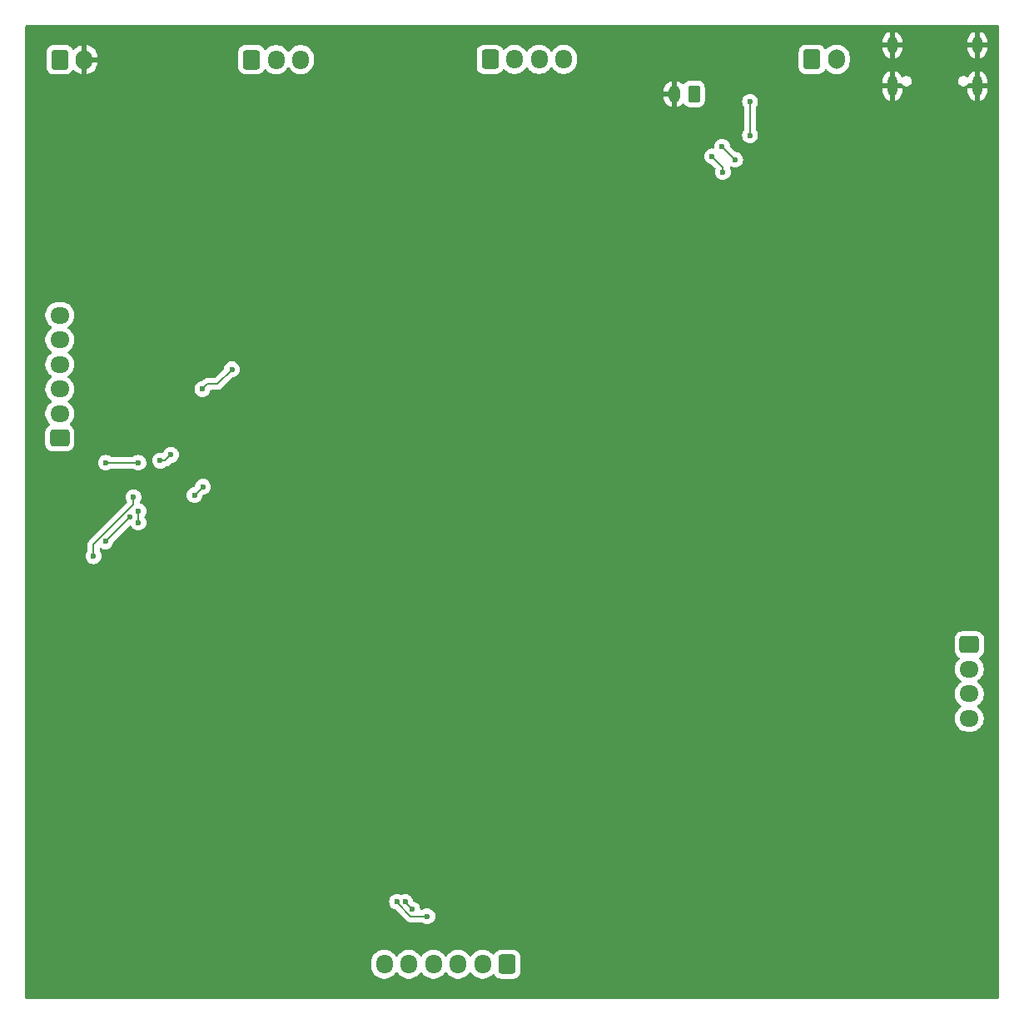
<source format=gbl>
G04 #@! TF.GenerationSoftware,KiCad,Pcbnew,8.0.2*
G04 #@! TF.CreationDate,2025-01-09T20:18:12-07:00*
G04 #@! TF.ProjectId,kicad,6b696361-642e-46b6-9963-61645f706362,3*
G04 #@! TF.SameCoordinates,Original*
G04 #@! TF.FileFunction,Copper,L2,Bot*
G04 #@! TF.FilePolarity,Positive*
%FSLAX46Y46*%
G04 Gerber Fmt 4.6, Leading zero omitted, Abs format (unit mm)*
G04 Created by KiCad (PCBNEW 8.0.2) date 2025-01-09 20:18:12*
%MOMM*%
%LPD*%
G01*
G04 APERTURE LIST*
G04 Aperture macros list*
%AMRoundRect*
0 Rectangle with rounded corners*
0 $1 Rounding radius*
0 $2 $3 $4 $5 $6 $7 $8 $9 X,Y pos of 4 corners*
0 Add a 4 corners polygon primitive as box body*
4,1,4,$2,$3,$4,$5,$6,$7,$8,$9,$2,$3,0*
0 Add four circle primitives for the rounded corners*
1,1,$1+$1,$2,$3*
1,1,$1+$1,$4,$5*
1,1,$1+$1,$6,$7*
1,1,$1+$1,$8,$9*
0 Add four rect primitives between the rounded corners*
20,1,$1+$1,$2,$3,$4,$5,0*
20,1,$1+$1,$4,$5,$6,$7,0*
20,1,$1+$1,$6,$7,$8,$9,0*
20,1,$1+$1,$8,$9,$2,$3,0*%
G04 Aperture macros list end*
G04 #@! TA.AperFunction,ComponentPad*
%ADD10O,1.000000X2.100000*%
G04 #@! TD*
G04 #@! TA.AperFunction,ComponentPad*
%ADD11O,1.000000X1.800000*%
G04 #@! TD*
G04 #@! TA.AperFunction,ComponentPad*
%ADD12RoundRect,0.250000X0.350000X0.625000X-0.350000X0.625000X-0.350000X-0.625000X0.350000X-0.625000X0*%
G04 #@! TD*
G04 #@! TA.AperFunction,ComponentPad*
%ADD13O,1.200000X1.750000*%
G04 #@! TD*
G04 #@! TA.AperFunction,ComponentPad*
%ADD14RoundRect,0.250000X-0.600000X-0.725000X0.600000X-0.725000X0.600000X0.725000X-0.600000X0.725000X0*%
G04 #@! TD*
G04 #@! TA.AperFunction,ComponentPad*
%ADD15O,1.700000X1.950000*%
G04 #@! TD*
G04 #@! TA.AperFunction,ComponentPad*
%ADD16RoundRect,0.250000X0.725000X-0.600000X0.725000X0.600000X-0.725000X0.600000X-0.725000X-0.600000X0*%
G04 #@! TD*
G04 #@! TA.AperFunction,ComponentPad*
%ADD17O,1.950000X1.700000*%
G04 #@! TD*
G04 #@! TA.AperFunction,ComponentPad*
%ADD18RoundRect,0.250000X-0.600000X-0.750000X0.600000X-0.750000X0.600000X0.750000X-0.600000X0.750000X0*%
G04 #@! TD*
G04 #@! TA.AperFunction,ComponentPad*
%ADD19O,1.700000X2.000000*%
G04 #@! TD*
G04 #@! TA.AperFunction,ComponentPad*
%ADD20RoundRect,0.250000X0.600000X0.725000X-0.600000X0.725000X-0.600000X-0.725000X0.600000X-0.725000X0*%
G04 #@! TD*
G04 #@! TA.AperFunction,ComponentPad*
%ADD21RoundRect,0.250000X-0.725000X0.600000X-0.725000X-0.600000X0.725000X-0.600000X0.725000X0.600000X0*%
G04 #@! TD*
G04 #@! TA.AperFunction,ViaPad*
%ADD22C,0.600000*%
G04 #@! TD*
G04 #@! TA.AperFunction,Conductor*
%ADD23C,0.200000*%
G04 #@! TD*
G04 APERTURE END LIST*
D10*
X190320000Y-53680000D03*
D11*
X190320000Y-49500000D03*
D10*
X181680000Y-53680000D03*
D11*
X181680000Y-49500000D03*
D12*
X161500000Y-54500000D03*
D13*
X159500000Y-54500000D03*
D14*
X116500000Y-51000000D03*
D15*
X119000000Y-51000000D03*
X121500000Y-51000000D03*
D16*
X97000000Y-89500000D03*
D17*
X97000000Y-87000000D03*
X97000000Y-84500000D03*
X97000000Y-82000000D03*
X97000000Y-79500000D03*
X97000000Y-77000000D03*
D18*
X97000000Y-51000000D03*
D19*
X99500000Y-51000000D03*
D18*
X173500000Y-50975000D03*
D19*
X176000000Y-50975000D03*
D20*
X142500000Y-143000000D03*
D15*
X140000000Y-143000000D03*
X137500000Y-143000000D03*
X135000000Y-143000000D03*
X132500000Y-143000000D03*
X130000000Y-143000000D03*
D21*
X189500000Y-110500000D03*
D17*
X189500000Y-113000000D03*
X189500000Y-115500000D03*
X189500000Y-118000000D03*
D14*
X140750000Y-50975000D03*
D15*
X143250000Y-50975000D03*
X145750000Y-50975000D03*
X148250000Y-50975000D03*
D22*
X187500000Y-60000000D03*
X142000000Y-63500000D03*
X148000000Y-70500000D03*
X171500000Y-137500000D03*
X108000000Y-107000000D03*
X99000000Y-98500000D03*
X185056947Y-58045804D03*
X143880459Y-70619541D03*
X129000000Y-78000000D03*
X158000000Y-61000000D03*
X152000000Y-64000000D03*
X141000000Y-57500000D03*
X120000000Y-62000000D03*
X152000000Y-68500000D03*
X108000000Y-113000000D03*
X108000000Y-81000000D03*
X112000000Y-90500000D03*
X124000000Y-62000000D03*
X190500000Y-57000000D03*
X113000000Y-104500000D03*
X183500000Y-137500000D03*
X99500000Y-110899999D03*
X99500000Y-52500000D03*
X133500000Y-133000000D03*
X156500000Y-64000000D03*
X116000000Y-62000000D03*
X140000000Y-62000000D03*
X119500000Y-104500000D03*
X147000000Y-68500000D03*
X108000000Y-104000000D03*
X146000000Y-68500000D03*
X152000000Y-66500000D03*
X134000000Y-134500000D03*
X126500000Y-70500000D03*
X117375000Y-104000000D03*
X171500000Y-128000000D03*
X176000000Y-58500000D03*
X99310735Y-108810735D03*
X174750001Y-58250000D03*
X143000000Y-63000000D03*
X183500000Y-128000000D03*
X183000000Y-55500000D03*
X108000000Y-110000000D03*
X190500000Y-55500000D03*
X162500000Y-65500000D03*
X158000000Y-64000000D03*
X130000000Y-78000000D03*
X134500000Y-135500000D03*
X165685387Y-61185387D03*
X164350735Y-59850735D03*
X105000000Y-98100000D03*
X105000000Y-96900000D03*
X105000000Y-92000000D03*
X108309264Y-91190733D03*
X101700000Y-92000000D03*
X107210735Y-91789263D03*
X111559265Y-94440735D03*
X101637500Y-100000000D03*
X110710736Y-95289264D03*
X104100000Y-97500000D03*
X114500000Y-82500000D03*
X111500000Y-84500000D03*
X100437500Y-101500000D03*
X104500000Y-95500000D03*
X134377274Y-138122726D03*
X131298088Y-136646617D03*
X132124998Y-136674998D03*
X132838349Y-137432330D03*
X167199265Y-55300735D03*
X167199265Y-58699265D03*
X164435387Y-62435386D03*
X163350735Y-60850735D03*
D23*
X165685387Y-61185387D02*
X164350735Y-59850735D01*
X105000000Y-98100000D02*
X105000000Y-96900000D01*
X107710734Y-91789263D02*
X108309264Y-91190733D01*
X107210735Y-91789263D02*
X107710734Y-91789263D01*
X101700000Y-92000000D02*
X105000000Y-92000000D01*
X110710736Y-95289264D02*
X111559265Y-94440735D01*
X101637500Y-100000000D02*
X104100000Y-97537500D01*
X104100000Y-97537500D02*
X104100000Y-97500000D01*
X112000000Y-84000000D02*
X113000000Y-84000000D01*
X104500000Y-96251471D02*
X104500000Y-95500000D01*
X113000000Y-84000000D02*
X114500000Y-82500000D01*
X111500000Y-84500000D02*
X112000000Y-84000000D01*
X100437500Y-100313971D02*
X100437500Y-101500000D01*
X100437500Y-100313971D02*
X104500000Y-96251471D01*
X131298088Y-136740598D02*
X132680216Y-138122726D01*
X132680216Y-138122726D02*
X134377274Y-138122726D01*
X131298088Y-136646617D02*
X131298088Y-136740598D01*
X132124998Y-136674998D02*
X132124998Y-136718979D01*
X132124998Y-136718979D02*
X132838349Y-137432330D01*
X167199265Y-58699265D02*
X167199265Y-55300735D01*
X164435387Y-62435386D02*
X164435387Y-61935387D01*
X164435387Y-61935387D02*
X163350735Y-60850735D01*
G04 #@! TA.AperFunction,Conductor*
G36*
X192442539Y-47520185D02*
G01*
X192488294Y-47572989D01*
X192499500Y-47624500D01*
X192499500Y-146375500D01*
X192479815Y-146442539D01*
X192427011Y-146488294D01*
X192375500Y-146499500D01*
X93624500Y-146499500D01*
X93557461Y-146479815D01*
X93511706Y-146427011D01*
X93500500Y-146375500D01*
X93500500Y-142768713D01*
X128649500Y-142768713D01*
X128649500Y-143231286D01*
X128682753Y-143441239D01*
X128748444Y-143643414D01*
X128844951Y-143832820D01*
X128969890Y-144004786D01*
X129120213Y-144155109D01*
X129292179Y-144280048D01*
X129292181Y-144280049D01*
X129292184Y-144280051D01*
X129481588Y-144376557D01*
X129683757Y-144442246D01*
X129893713Y-144475500D01*
X129893714Y-144475500D01*
X130106286Y-144475500D01*
X130106287Y-144475500D01*
X130316243Y-144442246D01*
X130518412Y-144376557D01*
X130707816Y-144280051D01*
X130729789Y-144264086D01*
X130879786Y-144155109D01*
X130879788Y-144155106D01*
X130879792Y-144155104D01*
X131030104Y-144004792D01*
X131149683Y-143840204D01*
X131205011Y-143797540D01*
X131274624Y-143791561D01*
X131336420Y-143824166D01*
X131350313Y-143840199D01*
X131453925Y-143982809D01*
X131469896Y-144004792D01*
X131620213Y-144155109D01*
X131792179Y-144280048D01*
X131792181Y-144280049D01*
X131792184Y-144280051D01*
X131981588Y-144376557D01*
X132183757Y-144442246D01*
X132393713Y-144475500D01*
X132393714Y-144475500D01*
X132606286Y-144475500D01*
X132606287Y-144475500D01*
X132816243Y-144442246D01*
X133018412Y-144376557D01*
X133207816Y-144280051D01*
X133229789Y-144264086D01*
X133379786Y-144155109D01*
X133379788Y-144155106D01*
X133379792Y-144155104D01*
X133530104Y-144004792D01*
X133649683Y-143840204D01*
X133705011Y-143797540D01*
X133774624Y-143791561D01*
X133836420Y-143824166D01*
X133850313Y-143840199D01*
X133953925Y-143982809D01*
X133969896Y-144004792D01*
X134120213Y-144155109D01*
X134292179Y-144280048D01*
X134292181Y-144280049D01*
X134292184Y-144280051D01*
X134481588Y-144376557D01*
X134683757Y-144442246D01*
X134893713Y-144475500D01*
X134893714Y-144475500D01*
X135106286Y-144475500D01*
X135106287Y-144475500D01*
X135316243Y-144442246D01*
X135518412Y-144376557D01*
X135707816Y-144280051D01*
X135729789Y-144264086D01*
X135879786Y-144155109D01*
X135879788Y-144155106D01*
X135879792Y-144155104D01*
X136030104Y-144004792D01*
X136149683Y-143840204D01*
X136205011Y-143797540D01*
X136274624Y-143791561D01*
X136336420Y-143824166D01*
X136350313Y-143840199D01*
X136453925Y-143982809D01*
X136469896Y-144004792D01*
X136620213Y-144155109D01*
X136792179Y-144280048D01*
X136792181Y-144280049D01*
X136792184Y-144280051D01*
X136981588Y-144376557D01*
X137183757Y-144442246D01*
X137393713Y-144475500D01*
X137393714Y-144475500D01*
X137606286Y-144475500D01*
X137606287Y-144475500D01*
X137816243Y-144442246D01*
X138018412Y-144376557D01*
X138207816Y-144280051D01*
X138229789Y-144264086D01*
X138379786Y-144155109D01*
X138379788Y-144155106D01*
X138379792Y-144155104D01*
X138530104Y-144004792D01*
X138649683Y-143840204D01*
X138705011Y-143797540D01*
X138774624Y-143791561D01*
X138836420Y-143824166D01*
X138850313Y-143840199D01*
X138953925Y-143982809D01*
X138969896Y-144004792D01*
X139120213Y-144155109D01*
X139292179Y-144280048D01*
X139292181Y-144280049D01*
X139292184Y-144280051D01*
X139481588Y-144376557D01*
X139683757Y-144442246D01*
X139893713Y-144475500D01*
X139893714Y-144475500D01*
X140106286Y-144475500D01*
X140106287Y-144475500D01*
X140316243Y-144442246D01*
X140518412Y-144376557D01*
X140707816Y-144280051D01*
X140879792Y-144155104D01*
X141018604Y-144016291D01*
X141079923Y-143982809D01*
X141149615Y-143987793D01*
X141205549Y-144029664D01*
X141211821Y-144038878D01*
X141215185Y-144044333D01*
X141215186Y-144044334D01*
X141307288Y-144193656D01*
X141431344Y-144317712D01*
X141580666Y-144409814D01*
X141747203Y-144464999D01*
X141849991Y-144475500D01*
X143150008Y-144475499D01*
X143252797Y-144464999D01*
X143419334Y-144409814D01*
X143568656Y-144317712D01*
X143692712Y-144193656D01*
X143784814Y-144044334D01*
X143839999Y-143877797D01*
X143850500Y-143775009D01*
X143850499Y-142224992D01*
X143839999Y-142122203D01*
X143784814Y-141955666D01*
X143692712Y-141806344D01*
X143568656Y-141682288D01*
X143419334Y-141590186D01*
X143252797Y-141535001D01*
X143252795Y-141535000D01*
X143150010Y-141524500D01*
X141849998Y-141524500D01*
X141849981Y-141524501D01*
X141747203Y-141535000D01*
X141747200Y-141535001D01*
X141580668Y-141590185D01*
X141580663Y-141590187D01*
X141431342Y-141682289D01*
X141307289Y-141806342D01*
X141211821Y-141961121D01*
X141159873Y-142007845D01*
X141090910Y-142019068D01*
X141026828Y-141991224D01*
X141018601Y-141983705D01*
X140879786Y-141844890D01*
X140707820Y-141719951D01*
X140518414Y-141623444D01*
X140518413Y-141623443D01*
X140518412Y-141623443D01*
X140316243Y-141557754D01*
X140316241Y-141557753D01*
X140316240Y-141557753D01*
X140154957Y-141532208D01*
X140106287Y-141524500D01*
X139893713Y-141524500D01*
X139845042Y-141532208D01*
X139683760Y-141557753D01*
X139481585Y-141623444D01*
X139292179Y-141719951D01*
X139120213Y-141844890D01*
X138969894Y-141995209D01*
X138969890Y-141995214D01*
X138850318Y-142159793D01*
X138794989Y-142202459D01*
X138725375Y-142208438D01*
X138663580Y-142175833D01*
X138649682Y-142159793D01*
X138530109Y-141995214D01*
X138530105Y-141995209D01*
X138379786Y-141844890D01*
X138207820Y-141719951D01*
X138018414Y-141623444D01*
X138018413Y-141623443D01*
X138018412Y-141623443D01*
X137816243Y-141557754D01*
X137816241Y-141557753D01*
X137816240Y-141557753D01*
X137654957Y-141532208D01*
X137606287Y-141524500D01*
X137393713Y-141524500D01*
X137345042Y-141532208D01*
X137183760Y-141557753D01*
X136981585Y-141623444D01*
X136792179Y-141719951D01*
X136620213Y-141844890D01*
X136469894Y-141995209D01*
X136469890Y-141995214D01*
X136350318Y-142159793D01*
X136294989Y-142202459D01*
X136225375Y-142208438D01*
X136163580Y-142175833D01*
X136149682Y-142159793D01*
X136030109Y-141995214D01*
X136030105Y-141995209D01*
X135879786Y-141844890D01*
X135707820Y-141719951D01*
X135518414Y-141623444D01*
X135518413Y-141623443D01*
X135518412Y-141623443D01*
X135316243Y-141557754D01*
X135316241Y-141557753D01*
X135316240Y-141557753D01*
X135154957Y-141532208D01*
X135106287Y-141524500D01*
X134893713Y-141524500D01*
X134845042Y-141532208D01*
X134683760Y-141557753D01*
X134481585Y-141623444D01*
X134292179Y-141719951D01*
X134120213Y-141844890D01*
X133969894Y-141995209D01*
X133969890Y-141995214D01*
X133850318Y-142159793D01*
X133794989Y-142202459D01*
X133725375Y-142208438D01*
X133663580Y-142175833D01*
X133649682Y-142159793D01*
X133530109Y-141995214D01*
X133530105Y-141995209D01*
X133379786Y-141844890D01*
X133207820Y-141719951D01*
X133018414Y-141623444D01*
X133018413Y-141623443D01*
X133018412Y-141623443D01*
X132816243Y-141557754D01*
X132816241Y-141557753D01*
X132816240Y-141557753D01*
X132654957Y-141532208D01*
X132606287Y-141524500D01*
X132393713Y-141524500D01*
X132345042Y-141532208D01*
X132183760Y-141557753D01*
X131981585Y-141623444D01*
X131792179Y-141719951D01*
X131620213Y-141844890D01*
X131469894Y-141995209D01*
X131469890Y-141995214D01*
X131350318Y-142159793D01*
X131294989Y-142202459D01*
X131225375Y-142208438D01*
X131163580Y-142175833D01*
X131149682Y-142159793D01*
X131030109Y-141995214D01*
X131030105Y-141995209D01*
X130879786Y-141844890D01*
X130707820Y-141719951D01*
X130518414Y-141623444D01*
X130518413Y-141623443D01*
X130518412Y-141623443D01*
X130316243Y-141557754D01*
X130316241Y-141557753D01*
X130316240Y-141557753D01*
X130154957Y-141532208D01*
X130106287Y-141524500D01*
X129893713Y-141524500D01*
X129845042Y-141532208D01*
X129683760Y-141557753D01*
X129481585Y-141623444D01*
X129292179Y-141719951D01*
X129120213Y-141844890D01*
X128969890Y-141995213D01*
X128844951Y-142167179D01*
X128748444Y-142356585D01*
X128682753Y-142558760D01*
X128649500Y-142768713D01*
X93500500Y-142768713D01*
X93500500Y-136646613D01*
X130492523Y-136646613D01*
X130492523Y-136646620D01*
X130512718Y-136825866D01*
X130512719Y-136825871D01*
X130572299Y-136996140D01*
X130626757Y-137082808D01*
X130668272Y-137148879D01*
X130795826Y-137276433D01*
X130948566Y-137372406D01*
X131125049Y-137434160D01*
X131171776Y-137463521D01*
X132195355Y-138487100D01*
X132195365Y-138487111D01*
X132199695Y-138491441D01*
X132199696Y-138491442D01*
X132311500Y-138603246D01*
X132398311Y-138653365D01*
X132398313Y-138653367D01*
X132436367Y-138675337D01*
X132448431Y-138682303D01*
X132601159Y-138723226D01*
X133794862Y-138723226D01*
X133861901Y-138742911D01*
X133872177Y-138750281D01*
X133875010Y-138752540D01*
X133875012Y-138752542D01*
X134027752Y-138848515D01*
X134198019Y-138908094D01*
X134198024Y-138908095D01*
X134377270Y-138928291D01*
X134377274Y-138928291D01*
X134377278Y-138928291D01*
X134556523Y-138908095D01*
X134556526Y-138908094D01*
X134556529Y-138908094D01*
X134726796Y-138848515D01*
X134879536Y-138752542D01*
X135007090Y-138624988D01*
X135103063Y-138472248D01*
X135162642Y-138301981D01*
X135182839Y-138122726D01*
X135162642Y-137943471D01*
X135103063Y-137773204D01*
X135007090Y-137620464D01*
X134879536Y-137492910D01*
X134810827Y-137449737D01*
X134726797Y-137396937D01*
X134556528Y-137337357D01*
X134556523Y-137337356D01*
X134377278Y-137317161D01*
X134377270Y-137317161D01*
X134198024Y-137337356D01*
X134198019Y-137337357D01*
X134027750Y-137396937D01*
X133875010Y-137492911D01*
X133872177Y-137495171D01*
X133869998Y-137496060D01*
X133869116Y-137496615D01*
X133869018Y-137496460D01*
X133807491Y-137521581D01*
X133794862Y-137522226D01*
X133764856Y-137522226D01*
X133697817Y-137502541D01*
X133652062Y-137449737D01*
X133641636Y-137412109D01*
X133623718Y-137253080D01*
X133623717Y-137253075D01*
X133564137Y-137082806D01*
X133468164Y-136930067D01*
X133340611Y-136802514D01*
X133187870Y-136706540D01*
X133017595Y-136646959D01*
X133010808Y-136645410D01*
X133011462Y-136642542D01*
X132958931Y-136619714D01*
X132920079Y-136561642D01*
X132915173Y-136538411D01*
X132910366Y-136495743D01*
X132850787Y-136325476D01*
X132754814Y-136172736D01*
X132627260Y-136045182D01*
X132582092Y-136016801D01*
X132474521Y-135949209D01*
X132304252Y-135889629D01*
X132304247Y-135889628D01*
X132125002Y-135869433D01*
X132124994Y-135869433D01*
X131945748Y-135889628D01*
X131945743Y-135889629D01*
X131778722Y-135948073D01*
X131708943Y-135951634D01*
X131671794Y-135936024D01*
X131647607Y-135920826D01*
X131477350Y-135861250D01*
X131477337Y-135861247D01*
X131298092Y-135841052D01*
X131298084Y-135841052D01*
X131118838Y-135861247D01*
X131118833Y-135861248D01*
X130948564Y-135920828D01*
X130795825Y-136016801D01*
X130668272Y-136144354D01*
X130572299Y-136297093D01*
X130512719Y-136467362D01*
X130512718Y-136467367D01*
X130492523Y-136646613D01*
X93500500Y-136646613D01*
X93500500Y-109849983D01*
X188024500Y-109849983D01*
X188024500Y-111150001D01*
X188024501Y-111150018D01*
X188035000Y-111252796D01*
X188035001Y-111252799D01*
X188090185Y-111419331D01*
X188090187Y-111419336D01*
X188182289Y-111568657D01*
X188306344Y-111692712D01*
X188461120Y-111788178D01*
X188507845Y-111840126D01*
X188519068Y-111909088D01*
X188491224Y-111973171D01*
X188483706Y-111981398D01*
X188344889Y-112120215D01*
X188219951Y-112292179D01*
X188123444Y-112481585D01*
X188057753Y-112683760D01*
X188024500Y-112893713D01*
X188024500Y-113106286D01*
X188057753Y-113316239D01*
X188123444Y-113518414D01*
X188219951Y-113707820D01*
X188344890Y-113879786D01*
X188495209Y-114030105D01*
X188495214Y-114030109D01*
X188659793Y-114149682D01*
X188702459Y-114205011D01*
X188708438Y-114274625D01*
X188675833Y-114336420D01*
X188659793Y-114350318D01*
X188495214Y-114469890D01*
X188495209Y-114469894D01*
X188344890Y-114620213D01*
X188219951Y-114792179D01*
X188123444Y-114981585D01*
X188057753Y-115183760D01*
X188024500Y-115393713D01*
X188024500Y-115606286D01*
X188057753Y-115816239D01*
X188123444Y-116018414D01*
X188219951Y-116207820D01*
X188344890Y-116379786D01*
X188495209Y-116530105D01*
X188495214Y-116530109D01*
X188659793Y-116649682D01*
X188702459Y-116705011D01*
X188708438Y-116774625D01*
X188675833Y-116836420D01*
X188659793Y-116850318D01*
X188495214Y-116969890D01*
X188495209Y-116969894D01*
X188344890Y-117120213D01*
X188219951Y-117292179D01*
X188123444Y-117481585D01*
X188057753Y-117683760D01*
X188024500Y-117893713D01*
X188024500Y-118106286D01*
X188057753Y-118316239D01*
X188123444Y-118518414D01*
X188219951Y-118707820D01*
X188344890Y-118879786D01*
X188495213Y-119030109D01*
X188667179Y-119155048D01*
X188667181Y-119155049D01*
X188667184Y-119155051D01*
X188856588Y-119251557D01*
X189058757Y-119317246D01*
X189268713Y-119350500D01*
X189268714Y-119350500D01*
X189731286Y-119350500D01*
X189731287Y-119350500D01*
X189941243Y-119317246D01*
X190143412Y-119251557D01*
X190332816Y-119155051D01*
X190354789Y-119139086D01*
X190504786Y-119030109D01*
X190504788Y-119030106D01*
X190504792Y-119030104D01*
X190655104Y-118879792D01*
X190655106Y-118879788D01*
X190655109Y-118879786D01*
X190780048Y-118707820D01*
X190780047Y-118707820D01*
X190780051Y-118707816D01*
X190876557Y-118518412D01*
X190942246Y-118316243D01*
X190975500Y-118106287D01*
X190975500Y-117893713D01*
X190942246Y-117683757D01*
X190876557Y-117481588D01*
X190780051Y-117292184D01*
X190780049Y-117292181D01*
X190780048Y-117292179D01*
X190655109Y-117120213D01*
X190504792Y-116969896D01*
X190504784Y-116969890D01*
X190340204Y-116850316D01*
X190297540Y-116794989D01*
X190291561Y-116725376D01*
X190324166Y-116663580D01*
X190340199Y-116649686D01*
X190504792Y-116530104D01*
X190655104Y-116379792D01*
X190655106Y-116379788D01*
X190655109Y-116379786D01*
X190780048Y-116207820D01*
X190780047Y-116207820D01*
X190780051Y-116207816D01*
X190876557Y-116018412D01*
X190942246Y-115816243D01*
X190975500Y-115606287D01*
X190975500Y-115393713D01*
X190942246Y-115183757D01*
X190876557Y-114981588D01*
X190780051Y-114792184D01*
X190780049Y-114792181D01*
X190780048Y-114792179D01*
X190655109Y-114620213D01*
X190504792Y-114469896D01*
X190504784Y-114469890D01*
X190340204Y-114350316D01*
X190297540Y-114294989D01*
X190291561Y-114225376D01*
X190324166Y-114163580D01*
X190340199Y-114149686D01*
X190504792Y-114030104D01*
X190655104Y-113879792D01*
X190655106Y-113879788D01*
X190655109Y-113879786D01*
X190780048Y-113707820D01*
X190780047Y-113707820D01*
X190780051Y-113707816D01*
X190876557Y-113518412D01*
X190942246Y-113316243D01*
X190975500Y-113106287D01*
X190975500Y-112893713D01*
X190942246Y-112683757D01*
X190876557Y-112481588D01*
X190780051Y-112292184D01*
X190780049Y-112292181D01*
X190780048Y-112292179D01*
X190655109Y-112120213D01*
X190516294Y-111981398D01*
X190482809Y-111920075D01*
X190487793Y-111850383D01*
X190529665Y-111794450D01*
X190538879Y-111788178D01*
X190544331Y-111784814D01*
X190544334Y-111784814D01*
X190693656Y-111692712D01*
X190817712Y-111568656D01*
X190909814Y-111419334D01*
X190964999Y-111252797D01*
X190975500Y-111150009D01*
X190975499Y-109849992D01*
X190964999Y-109747203D01*
X190909814Y-109580666D01*
X190817712Y-109431344D01*
X190693656Y-109307288D01*
X190544334Y-109215186D01*
X190377797Y-109160001D01*
X190377795Y-109160000D01*
X190275010Y-109149500D01*
X188724998Y-109149500D01*
X188724981Y-109149501D01*
X188622203Y-109160000D01*
X188622200Y-109160001D01*
X188455668Y-109215185D01*
X188455663Y-109215187D01*
X188306342Y-109307289D01*
X188182289Y-109431342D01*
X188090187Y-109580663D01*
X188090186Y-109580666D01*
X188035001Y-109747203D01*
X188035001Y-109747204D01*
X188035000Y-109747204D01*
X188024500Y-109849983D01*
X93500500Y-109849983D01*
X93500500Y-101499996D01*
X99631935Y-101499996D01*
X99631935Y-101500003D01*
X99652130Y-101679249D01*
X99652131Y-101679254D01*
X99711711Y-101849523D01*
X99807684Y-102002262D01*
X99935238Y-102129816D01*
X100087978Y-102225789D01*
X100258245Y-102285368D01*
X100258250Y-102285369D01*
X100437496Y-102305565D01*
X100437500Y-102305565D01*
X100437504Y-102305565D01*
X100616749Y-102285369D01*
X100616752Y-102285368D01*
X100616755Y-102285368D01*
X100787022Y-102225789D01*
X100939762Y-102129816D01*
X101067316Y-102002262D01*
X101163289Y-101849522D01*
X101222868Y-101679255D01*
X101243065Y-101500000D01*
X101222868Y-101320745D01*
X101163289Y-101150478D01*
X101067316Y-100997738D01*
X101067314Y-100997736D01*
X101067313Y-100997734D01*
X101065050Y-100994896D01*
X101064159Y-100992715D01*
X101063611Y-100991842D01*
X101063764Y-100991745D01*
X101038644Y-100930209D01*
X101038000Y-100917587D01*
X101038000Y-100793078D01*
X101057685Y-100726039D01*
X101110489Y-100680284D01*
X101179647Y-100670340D01*
X101227971Y-100688084D01*
X101243958Y-100698129D01*
X101287975Y-100725788D01*
X101458245Y-100785368D01*
X101458250Y-100785369D01*
X101637496Y-100805565D01*
X101637500Y-100805565D01*
X101637504Y-100805565D01*
X101816749Y-100785369D01*
X101816752Y-100785368D01*
X101816755Y-100785368D01*
X101987022Y-100725789D01*
X102139762Y-100629816D01*
X102267316Y-100502262D01*
X102363289Y-100349522D01*
X102422868Y-100179255D01*
X102432661Y-100092329D01*
X102459726Y-100027918D01*
X102468190Y-100018543D01*
X104073602Y-98413131D01*
X104134923Y-98379648D01*
X104204615Y-98384632D01*
X104260548Y-98426504D01*
X104272997Y-98447004D01*
X104274206Y-98449516D01*
X104370184Y-98602262D01*
X104497738Y-98729816D01*
X104650478Y-98825789D01*
X104820745Y-98885368D01*
X104820750Y-98885369D01*
X104999996Y-98905565D01*
X105000000Y-98905565D01*
X105000004Y-98905565D01*
X105179249Y-98885369D01*
X105179252Y-98885368D01*
X105179255Y-98885368D01*
X105349522Y-98825789D01*
X105502262Y-98729816D01*
X105629816Y-98602262D01*
X105725789Y-98449522D01*
X105785368Y-98279255D01*
X105805565Y-98100000D01*
X105785368Y-97920745D01*
X105725789Y-97750478D01*
X105629816Y-97597738D01*
X105629814Y-97597736D01*
X105629813Y-97597734D01*
X105627550Y-97594896D01*
X105626659Y-97592715D01*
X105626111Y-97591842D01*
X105626264Y-97591745D01*
X105601144Y-97530209D01*
X105600500Y-97517587D01*
X105600500Y-97482412D01*
X105620185Y-97415373D01*
X105627555Y-97405097D01*
X105629810Y-97402267D01*
X105629816Y-97402262D01*
X105725789Y-97249522D01*
X105785368Y-97079255D01*
X105805565Y-96900000D01*
X105785368Y-96720745D01*
X105725789Y-96550478D01*
X105629816Y-96397738D01*
X105502262Y-96270184D01*
X105349521Y-96174210D01*
X105227612Y-96131553D01*
X105170836Y-96090831D01*
X105145088Y-96025879D01*
X105158544Y-95957317D01*
X105163573Y-95948538D01*
X105225788Y-95849524D01*
X105225789Y-95849522D01*
X105285368Y-95679255D01*
X105305565Y-95500000D01*
X105302017Y-95468513D01*
X105285369Y-95320750D01*
X105285368Y-95320745D01*
X105274351Y-95289260D01*
X109905171Y-95289260D01*
X109905171Y-95289267D01*
X109925366Y-95468513D01*
X109925367Y-95468518D01*
X109984947Y-95638787D01*
X110010375Y-95679255D01*
X110080920Y-95791526D01*
X110208474Y-95919080D01*
X110236717Y-95936826D01*
X110343723Y-96004063D01*
X110361214Y-96015053D01*
X110408440Y-96031578D01*
X110531481Y-96074632D01*
X110531486Y-96074633D01*
X110710732Y-96094829D01*
X110710736Y-96094829D01*
X110710740Y-96094829D01*
X110889985Y-96074633D01*
X110889988Y-96074632D01*
X110889991Y-96074632D01*
X111060258Y-96015053D01*
X111212998Y-95919080D01*
X111340552Y-95791526D01*
X111436525Y-95638786D01*
X111496104Y-95468519D01*
X111505897Y-95381593D01*
X111532962Y-95317182D01*
X111541426Y-95307807D01*
X111577800Y-95271433D01*
X111639121Y-95237950D01*
X111651576Y-95235898D01*
X111738520Y-95226103D01*
X111908787Y-95166524D01*
X112061527Y-95070551D01*
X112189081Y-94942997D01*
X112285054Y-94790257D01*
X112344633Y-94619990D01*
X112359049Y-94492047D01*
X112364830Y-94440738D01*
X112364830Y-94440731D01*
X112344634Y-94261485D01*
X112344633Y-94261480D01*
X112285053Y-94091211D01*
X112189080Y-93938472D01*
X112061527Y-93810919D01*
X111908788Y-93714946D01*
X111738519Y-93655366D01*
X111738514Y-93655365D01*
X111559269Y-93635170D01*
X111559261Y-93635170D01*
X111380015Y-93655365D01*
X111380010Y-93655366D01*
X111209741Y-93714946D01*
X111057002Y-93810919D01*
X110929449Y-93938472D01*
X110833475Y-94091213D01*
X110773895Y-94261485D01*
X110764102Y-94348403D01*
X110737035Y-94412817D01*
X110728563Y-94422200D01*
X110692201Y-94458562D01*
X110630878Y-94492047D01*
X110618404Y-94494101D01*
X110531486Y-94503894D01*
X110361214Y-94563474D01*
X110208473Y-94659448D01*
X110080920Y-94787001D01*
X109984947Y-94939740D01*
X109925367Y-95110009D01*
X109925366Y-95110014D01*
X109905171Y-95289260D01*
X105274351Y-95289260D01*
X105252251Y-95226102D01*
X105225789Y-95150478D01*
X105129816Y-94997738D01*
X105002262Y-94870184D01*
X104875061Y-94790258D01*
X104849523Y-94774211D01*
X104679254Y-94714631D01*
X104679249Y-94714630D01*
X104500004Y-94694435D01*
X104499996Y-94694435D01*
X104320750Y-94714630D01*
X104320745Y-94714631D01*
X104150476Y-94774211D01*
X103997737Y-94870184D01*
X103870184Y-94997737D01*
X103774211Y-95150476D01*
X103714631Y-95320745D01*
X103714630Y-95320750D01*
X103694435Y-95499996D01*
X103694435Y-95500003D01*
X103714630Y-95679249D01*
X103714631Y-95679254D01*
X103774211Y-95849523D01*
X103829067Y-95936826D01*
X103848067Y-96004063D01*
X103827699Y-96070898D01*
X103811754Y-96090479D01*
X100068786Y-99833449D01*
X99956981Y-99945253D01*
X99956980Y-99945255D01*
X99914674Y-100018533D01*
X99906861Y-100032065D01*
X99906859Y-100032067D01*
X99877925Y-100082180D01*
X99877924Y-100082181D01*
X99877923Y-100082186D01*
X99836999Y-100234914D01*
X99836999Y-100234916D01*
X99836999Y-100403017D01*
X99837000Y-100403030D01*
X99837000Y-100917587D01*
X99817315Y-100984626D01*
X99809950Y-100994896D01*
X99807686Y-100997734D01*
X99711711Y-101150476D01*
X99652131Y-101320745D01*
X99652130Y-101320750D01*
X99631935Y-101499996D01*
X93500500Y-101499996D01*
X93500500Y-91999996D01*
X100894435Y-91999996D01*
X100894435Y-92000003D01*
X100914630Y-92179249D01*
X100914631Y-92179254D01*
X100974211Y-92349523D01*
X101070184Y-92502262D01*
X101197738Y-92629816D01*
X101350478Y-92725789D01*
X101520745Y-92785368D01*
X101520750Y-92785369D01*
X101699996Y-92805565D01*
X101700000Y-92805565D01*
X101700004Y-92805565D01*
X101879249Y-92785369D01*
X101879252Y-92785368D01*
X101879255Y-92785368D01*
X102049522Y-92725789D01*
X102202262Y-92629816D01*
X102202267Y-92629810D01*
X102205097Y-92627555D01*
X102207275Y-92626665D01*
X102208158Y-92626111D01*
X102208255Y-92626265D01*
X102269783Y-92601145D01*
X102282412Y-92600500D01*
X104417588Y-92600500D01*
X104484627Y-92620185D01*
X104494903Y-92627555D01*
X104497736Y-92629814D01*
X104497738Y-92629816D01*
X104650478Y-92725789D01*
X104820745Y-92785368D01*
X104820750Y-92785369D01*
X104999996Y-92805565D01*
X105000000Y-92805565D01*
X105000004Y-92805565D01*
X105179249Y-92785369D01*
X105179252Y-92785368D01*
X105179255Y-92785368D01*
X105349522Y-92725789D01*
X105502262Y-92629816D01*
X105629816Y-92502262D01*
X105725789Y-92349522D01*
X105785368Y-92179255D01*
X105785369Y-92179249D01*
X105805565Y-92000003D01*
X105805565Y-91999996D01*
X105785369Y-91820750D01*
X105785368Y-91820745D01*
X105774351Y-91789259D01*
X106405170Y-91789259D01*
X106405170Y-91789266D01*
X106425365Y-91968512D01*
X106425366Y-91968517D01*
X106484946Y-92138786D01*
X106580919Y-92291525D01*
X106708473Y-92419079D01*
X106861213Y-92515052D01*
X107031480Y-92574631D01*
X107031485Y-92574632D01*
X107210731Y-92594828D01*
X107210735Y-92594828D01*
X107210739Y-92594828D01*
X107389984Y-92574632D01*
X107389987Y-92574631D01*
X107389990Y-92574631D01*
X107560257Y-92515052D01*
X107712997Y-92419079D01*
X107713001Y-92419074D01*
X107715832Y-92416818D01*
X107718010Y-92415928D01*
X107718893Y-92415374D01*
X107718990Y-92415528D01*
X107780519Y-92390409D01*
X107787660Y-92390044D01*
X107789788Y-92389764D01*
X107789791Y-92389764D01*
X107942519Y-92348840D01*
X107992638Y-92319902D01*
X108079450Y-92269783D01*
X108191254Y-92157979D01*
X108191254Y-92157977D01*
X108201462Y-92147770D01*
X108201464Y-92147767D01*
X108327799Y-92021431D01*
X108389120Y-91987948D01*
X108401575Y-91985896D01*
X108488519Y-91976101D01*
X108658786Y-91916522D01*
X108811526Y-91820549D01*
X108939080Y-91692995D01*
X109035053Y-91540255D01*
X109094632Y-91369988D01*
X109094633Y-91369982D01*
X109114829Y-91190736D01*
X109114829Y-91190729D01*
X109094633Y-91011483D01*
X109094632Y-91011478D01*
X109038303Y-90850499D01*
X109035053Y-90841211D01*
X109034291Y-90839999D01*
X108995846Y-90778813D01*
X108939080Y-90688471D01*
X108811526Y-90560917D01*
X108658787Y-90464944D01*
X108488518Y-90405364D01*
X108488513Y-90405363D01*
X108309268Y-90385168D01*
X108309260Y-90385168D01*
X108130014Y-90405363D01*
X108130009Y-90405364D01*
X107959740Y-90464944D01*
X107807001Y-90560917D01*
X107679448Y-90688470D01*
X107583473Y-90841213D01*
X107552606Y-90929425D01*
X107511884Y-90986201D01*
X107446932Y-91011948D01*
X107394616Y-91005513D01*
X107389995Y-91003896D01*
X107389981Y-91003893D01*
X107210739Y-90983698D01*
X107210731Y-90983698D01*
X107031485Y-91003893D01*
X107031480Y-91003894D01*
X106861211Y-91063474D01*
X106708472Y-91159447D01*
X106580919Y-91287000D01*
X106484946Y-91439739D01*
X106425366Y-91610008D01*
X106425365Y-91610013D01*
X106405170Y-91789259D01*
X105774351Y-91789259D01*
X105725788Y-91650476D01*
X105629815Y-91497737D01*
X105502262Y-91370184D01*
X105349523Y-91274211D01*
X105179254Y-91214631D01*
X105179249Y-91214630D01*
X105000004Y-91194435D01*
X104999996Y-91194435D01*
X104820750Y-91214630D01*
X104820745Y-91214631D01*
X104650476Y-91274211D01*
X104497736Y-91370185D01*
X104494903Y-91372445D01*
X104492724Y-91373334D01*
X104491842Y-91373889D01*
X104491744Y-91373734D01*
X104430217Y-91398855D01*
X104417588Y-91399500D01*
X102282412Y-91399500D01*
X102215373Y-91379815D01*
X102205097Y-91372445D01*
X102202263Y-91370185D01*
X102202262Y-91370184D01*
X102145496Y-91334515D01*
X102049523Y-91274211D01*
X101879254Y-91214631D01*
X101879249Y-91214630D01*
X101700004Y-91194435D01*
X101699996Y-91194435D01*
X101520750Y-91214630D01*
X101520745Y-91214631D01*
X101350476Y-91274211D01*
X101197737Y-91370184D01*
X101070184Y-91497737D01*
X100974211Y-91650476D01*
X100914631Y-91820745D01*
X100914630Y-91820750D01*
X100894435Y-91999996D01*
X93500500Y-91999996D01*
X93500500Y-76893713D01*
X95524500Y-76893713D01*
X95524500Y-77106286D01*
X95557753Y-77316239D01*
X95623444Y-77518414D01*
X95719951Y-77707820D01*
X95844890Y-77879786D01*
X95995209Y-78030105D01*
X95995214Y-78030109D01*
X96159793Y-78149682D01*
X96202459Y-78205011D01*
X96208438Y-78274625D01*
X96175833Y-78336420D01*
X96159793Y-78350318D01*
X95995214Y-78469890D01*
X95995209Y-78469894D01*
X95844890Y-78620213D01*
X95719951Y-78792179D01*
X95623444Y-78981585D01*
X95557753Y-79183760D01*
X95524500Y-79393713D01*
X95524500Y-79606286D01*
X95557753Y-79816239D01*
X95623444Y-80018414D01*
X95719951Y-80207820D01*
X95844890Y-80379786D01*
X95995209Y-80530105D01*
X95995214Y-80530109D01*
X96159793Y-80649682D01*
X96202459Y-80705011D01*
X96208438Y-80774625D01*
X96175833Y-80836420D01*
X96159793Y-80850318D01*
X95995214Y-80969890D01*
X95995209Y-80969894D01*
X95844890Y-81120213D01*
X95719951Y-81292179D01*
X95623444Y-81481585D01*
X95557753Y-81683760D01*
X95543427Y-81774211D01*
X95524500Y-81893713D01*
X95524500Y-82106287D01*
X95557754Y-82316243D01*
X95617459Y-82499996D01*
X95623444Y-82518414D01*
X95719951Y-82707820D01*
X95844890Y-82879786D01*
X95995209Y-83030105D01*
X95995214Y-83030109D01*
X96159793Y-83149682D01*
X96202459Y-83205011D01*
X96208438Y-83274625D01*
X96175833Y-83336420D01*
X96159793Y-83350318D01*
X95995214Y-83469890D01*
X95995209Y-83469894D01*
X95844890Y-83620213D01*
X95719951Y-83792179D01*
X95623444Y-83981585D01*
X95557753Y-84183760D01*
X95536057Y-84320745D01*
X95524500Y-84393713D01*
X95524500Y-84606287D01*
X95557754Y-84816243D01*
X95568567Y-84849523D01*
X95623444Y-85018414D01*
X95719951Y-85207820D01*
X95844890Y-85379786D01*
X95995209Y-85530105D01*
X95995214Y-85530109D01*
X96159793Y-85649682D01*
X96202459Y-85705011D01*
X96208438Y-85774625D01*
X96175833Y-85836420D01*
X96159793Y-85850318D01*
X95995214Y-85969890D01*
X95995209Y-85969894D01*
X95844890Y-86120213D01*
X95719951Y-86292179D01*
X95623444Y-86481585D01*
X95557753Y-86683760D01*
X95524500Y-86893713D01*
X95524500Y-87106286D01*
X95557753Y-87316239D01*
X95623444Y-87518414D01*
X95719951Y-87707820D01*
X95844890Y-87879786D01*
X95983705Y-88018601D01*
X96017190Y-88079924D01*
X96012206Y-88149616D01*
X95970334Y-88205549D01*
X95961121Y-88211821D01*
X95806342Y-88307289D01*
X95682289Y-88431342D01*
X95590187Y-88580663D01*
X95590186Y-88580666D01*
X95535001Y-88747203D01*
X95535001Y-88747204D01*
X95535000Y-88747204D01*
X95524500Y-88849983D01*
X95524500Y-90150001D01*
X95524501Y-90150018D01*
X95535000Y-90252796D01*
X95535001Y-90252799D01*
X95578864Y-90385168D01*
X95590186Y-90419334D01*
X95682288Y-90568656D01*
X95806344Y-90692712D01*
X95955666Y-90784814D01*
X96122203Y-90839999D01*
X96224991Y-90850500D01*
X97775008Y-90850499D01*
X97877797Y-90839999D01*
X98044334Y-90784814D01*
X98193656Y-90692712D01*
X98317712Y-90568656D01*
X98409814Y-90419334D01*
X98464999Y-90252797D01*
X98475500Y-90150009D01*
X98475499Y-88849992D01*
X98464999Y-88747203D01*
X98409814Y-88580666D01*
X98317712Y-88431344D01*
X98193656Y-88307288D01*
X98044334Y-88215186D01*
X98044333Y-88215185D01*
X98038878Y-88211821D01*
X97992154Y-88159873D01*
X97980931Y-88090910D01*
X98008775Y-88026828D01*
X98016272Y-88018623D01*
X98155104Y-87879792D01*
X98280051Y-87707816D01*
X98376557Y-87518412D01*
X98442246Y-87316243D01*
X98475500Y-87106287D01*
X98475500Y-86893713D01*
X98442246Y-86683757D01*
X98376557Y-86481588D01*
X98280051Y-86292184D01*
X98280049Y-86292181D01*
X98280048Y-86292179D01*
X98155109Y-86120213D01*
X98004792Y-85969896D01*
X98004784Y-85969890D01*
X97840204Y-85850316D01*
X97797540Y-85794989D01*
X97791561Y-85725376D01*
X97824166Y-85663580D01*
X97840199Y-85649686D01*
X98004792Y-85530104D01*
X98155104Y-85379792D01*
X98155106Y-85379788D01*
X98155109Y-85379786D01*
X98280048Y-85207820D01*
X98280047Y-85207820D01*
X98280051Y-85207816D01*
X98376557Y-85018412D01*
X98442246Y-84816243D01*
X98475500Y-84606287D01*
X98475500Y-84499996D01*
X110694435Y-84499996D01*
X110694435Y-84500003D01*
X110714630Y-84679249D01*
X110714631Y-84679254D01*
X110774211Y-84849523D01*
X110870184Y-85002262D01*
X110997738Y-85129816D01*
X111088080Y-85186582D01*
X111121880Y-85207820D01*
X111150478Y-85225789D01*
X111320745Y-85285368D01*
X111320750Y-85285369D01*
X111499996Y-85305565D01*
X111500000Y-85305565D01*
X111500004Y-85305565D01*
X111679249Y-85285369D01*
X111679252Y-85285368D01*
X111679255Y-85285368D01*
X111849522Y-85225789D01*
X112002262Y-85129816D01*
X112129816Y-85002262D01*
X112225789Y-84849522D01*
X112283867Y-84683545D01*
X112324589Y-84626769D01*
X112389542Y-84601022D01*
X112400909Y-84600500D01*
X112913331Y-84600500D01*
X112913347Y-84600501D01*
X112920943Y-84600501D01*
X113079054Y-84600501D01*
X113079057Y-84600501D01*
X113231785Y-84559577D01*
X113281904Y-84530639D01*
X113368716Y-84480520D01*
X113480520Y-84368716D01*
X113480520Y-84368714D01*
X113490728Y-84358507D01*
X113490730Y-84358504D01*
X114518535Y-83330698D01*
X114579856Y-83297215D01*
X114592311Y-83295163D01*
X114679255Y-83285368D01*
X114849522Y-83225789D01*
X115002262Y-83129816D01*
X115129816Y-83002262D01*
X115225789Y-82849522D01*
X115285368Y-82679255D01*
X115285369Y-82679249D01*
X115305565Y-82500003D01*
X115305565Y-82499996D01*
X115285369Y-82320750D01*
X115285368Y-82320745D01*
X115225788Y-82150476D01*
X115129815Y-81997737D01*
X115002262Y-81870184D01*
X114849523Y-81774211D01*
X114679254Y-81714631D01*
X114679249Y-81714630D01*
X114500004Y-81694435D01*
X114499996Y-81694435D01*
X114320750Y-81714630D01*
X114320745Y-81714631D01*
X114150476Y-81774211D01*
X113997737Y-81870184D01*
X113870184Y-81997737D01*
X113774210Y-82150478D01*
X113714630Y-82320750D01*
X113704837Y-82407668D01*
X113677770Y-82472082D01*
X113669298Y-82481465D01*
X112787584Y-83363181D01*
X112726261Y-83396666D01*
X112699903Y-83399500D01*
X112086670Y-83399500D01*
X112086654Y-83399499D01*
X112079058Y-83399499D01*
X111920943Y-83399499D01*
X111844579Y-83419961D01*
X111768214Y-83440423D01*
X111768209Y-83440426D01*
X111631290Y-83519475D01*
X111631286Y-83519478D01*
X111481465Y-83669299D01*
X111420142Y-83702783D01*
X111407668Y-83704837D01*
X111320750Y-83714630D01*
X111150478Y-83774210D01*
X110997737Y-83870184D01*
X110870184Y-83997737D01*
X110774211Y-84150476D01*
X110714631Y-84320745D01*
X110714630Y-84320750D01*
X110694435Y-84499996D01*
X98475500Y-84499996D01*
X98475500Y-84393713D01*
X98442246Y-84183757D01*
X98376557Y-83981588D01*
X98280051Y-83792184D01*
X98280049Y-83792181D01*
X98280048Y-83792179D01*
X98155109Y-83620213D01*
X98004792Y-83469896D01*
X98004784Y-83469890D01*
X97840204Y-83350316D01*
X97797540Y-83294989D01*
X97791561Y-83225376D01*
X97824166Y-83163580D01*
X97840199Y-83149686D01*
X98004792Y-83030104D01*
X98155104Y-82879792D01*
X98155106Y-82879788D01*
X98155109Y-82879786D01*
X98280048Y-82707820D01*
X98280047Y-82707820D01*
X98280051Y-82707816D01*
X98376557Y-82518412D01*
X98442246Y-82316243D01*
X98475500Y-82106287D01*
X98475500Y-81893713D01*
X98442246Y-81683757D01*
X98376557Y-81481588D01*
X98280051Y-81292184D01*
X98280049Y-81292181D01*
X98280048Y-81292179D01*
X98155109Y-81120213D01*
X98004792Y-80969896D01*
X98004784Y-80969890D01*
X97840204Y-80850316D01*
X97797540Y-80794989D01*
X97791561Y-80725376D01*
X97824166Y-80663580D01*
X97840199Y-80649686D01*
X98004792Y-80530104D01*
X98155104Y-80379792D01*
X98155106Y-80379788D01*
X98155109Y-80379786D01*
X98280048Y-80207820D01*
X98280047Y-80207820D01*
X98280051Y-80207816D01*
X98376557Y-80018412D01*
X98442246Y-79816243D01*
X98475500Y-79606287D01*
X98475500Y-79393713D01*
X98442246Y-79183757D01*
X98376557Y-78981588D01*
X98280051Y-78792184D01*
X98280049Y-78792181D01*
X98280048Y-78792179D01*
X98155109Y-78620213D01*
X98004792Y-78469896D01*
X98004784Y-78469890D01*
X97840204Y-78350316D01*
X97797540Y-78294989D01*
X97791561Y-78225376D01*
X97824166Y-78163580D01*
X97840199Y-78149686D01*
X98004792Y-78030104D01*
X98155104Y-77879792D01*
X98155106Y-77879788D01*
X98155109Y-77879786D01*
X98280048Y-77707820D01*
X98280047Y-77707820D01*
X98280051Y-77707816D01*
X98376557Y-77518412D01*
X98442246Y-77316243D01*
X98475500Y-77106287D01*
X98475500Y-76893713D01*
X98442246Y-76683757D01*
X98376557Y-76481588D01*
X98280051Y-76292184D01*
X98280049Y-76292181D01*
X98280048Y-76292179D01*
X98155109Y-76120213D01*
X98004786Y-75969890D01*
X97832820Y-75844951D01*
X97643414Y-75748444D01*
X97643413Y-75748443D01*
X97643412Y-75748443D01*
X97441243Y-75682754D01*
X97441241Y-75682753D01*
X97441240Y-75682753D01*
X97279957Y-75657208D01*
X97231287Y-75649500D01*
X96768713Y-75649500D01*
X96720042Y-75657208D01*
X96558760Y-75682753D01*
X96356585Y-75748444D01*
X96167179Y-75844951D01*
X95995213Y-75969890D01*
X95844890Y-76120213D01*
X95719951Y-76292179D01*
X95623444Y-76481585D01*
X95557753Y-76683760D01*
X95524500Y-76893713D01*
X93500500Y-76893713D01*
X93500500Y-60850731D01*
X162545170Y-60850731D01*
X162545170Y-60850738D01*
X162565365Y-61029984D01*
X162565366Y-61029989D01*
X162624946Y-61200258D01*
X162646526Y-61234602D01*
X162720919Y-61352997D01*
X162848473Y-61480551D01*
X163001213Y-61576524D01*
X163171480Y-61636103D01*
X163258404Y-61645896D01*
X163322815Y-61672961D01*
X163332200Y-61681435D01*
X163661510Y-62010746D01*
X163694995Y-62072069D01*
X163690871Y-62139381D01*
X163650019Y-62256128D01*
X163650017Y-62256136D01*
X163629822Y-62435382D01*
X163629822Y-62435389D01*
X163650017Y-62614635D01*
X163650018Y-62614640D01*
X163709598Y-62784909D01*
X163805571Y-62937648D01*
X163933125Y-63065202D01*
X164085865Y-63161175D01*
X164256132Y-63220754D01*
X164256137Y-63220755D01*
X164435383Y-63240951D01*
X164435387Y-63240951D01*
X164435391Y-63240951D01*
X164614636Y-63220755D01*
X164614639Y-63220754D01*
X164614642Y-63220754D01*
X164784909Y-63161175D01*
X164937649Y-63065202D01*
X165065203Y-62937648D01*
X165161176Y-62784908D01*
X165220755Y-62614641D01*
X165240952Y-62435386D01*
X165220755Y-62256131D01*
X165161176Y-62085864D01*
X165161174Y-62085861D01*
X165161174Y-62085860D01*
X165154885Y-62075851D01*
X165135883Y-62008615D01*
X165156249Y-61941779D01*
X165209516Y-61896564D01*
X165278773Y-61887325D01*
X165325848Y-61904883D01*
X165335861Y-61911174D01*
X165335862Y-61911174D01*
X165335865Y-61911176D01*
X165506132Y-61970755D01*
X165506137Y-61970756D01*
X165685383Y-61990952D01*
X165685387Y-61990952D01*
X165685391Y-61990952D01*
X165864636Y-61970756D01*
X165864639Y-61970755D01*
X165864642Y-61970755D01*
X166034909Y-61911176D01*
X166187649Y-61815203D01*
X166315203Y-61687649D01*
X166411176Y-61534909D01*
X166470755Y-61364642D01*
X166485407Y-61234602D01*
X166490952Y-61185390D01*
X166490952Y-61185383D01*
X166470756Y-61006137D01*
X166470755Y-61006132D01*
X166411175Y-60835863D01*
X166315202Y-60683124D01*
X166187649Y-60555571D01*
X166034908Y-60459597D01*
X165864636Y-60400017D01*
X165777717Y-60390224D01*
X165713303Y-60363157D01*
X165703920Y-60354685D01*
X165181435Y-59832200D01*
X165147950Y-59770877D01*
X165145898Y-59758421D01*
X165136103Y-59671480D01*
X165076524Y-59501213D01*
X164980551Y-59348473D01*
X164852997Y-59220919D01*
X164822135Y-59201527D01*
X164700258Y-59124946D01*
X164529989Y-59065366D01*
X164529984Y-59065365D01*
X164350739Y-59045170D01*
X164350731Y-59045170D01*
X164171485Y-59065365D01*
X164171480Y-59065366D01*
X164001211Y-59124946D01*
X163848472Y-59220919D01*
X163720919Y-59348472D01*
X163624946Y-59501211D01*
X163565366Y-59671480D01*
X163565365Y-59671485D01*
X163545170Y-59850731D01*
X163545170Y-59850739D01*
X163552449Y-59915346D01*
X163540394Y-59984168D01*
X163493045Y-60035547D01*
X163425434Y-60053171D01*
X163415346Y-60052449D01*
X163350739Y-60045170D01*
X163350731Y-60045170D01*
X163171485Y-60065365D01*
X163171480Y-60065366D01*
X163001211Y-60124946D01*
X162848472Y-60220919D01*
X162720919Y-60348472D01*
X162624946Y-60501211D01*
X162565366Y-60671480D01*
X162565365Y-60671485D01*
X162545170Y-60850731D01*
X93500500Y-60850731D01*
X93500500Y-54138428D01*
X158400000Y-54138428D01*
X158400000Y-54250000D01*
X159219670Y-54250000D01*
X159199925Y-54269745D01*
X159150556Y-54355255D01*
X159125000Y-54450630D01*
X159125000Y-54549370D01*
X159150556Y-54644745D01*
X159199925Y-54730255D01*
X159219670Y-54750000D01*
X158400000Y-54750000D01*
X158400000Y-54861571D01*
X158427085Y-55032584D01*
X158480591Y-55197257D01*
X158559195Y-55351524D01*
X158660967Y-55491602D01*
X158783397Y-55614032D01*
X158923475Y-55715804D01*
X159077744Y-55794408D01*
X159242415Y-55847914D01*
X159242414Y-55847914D01*
X159249999Y-55849115D01*
X159250000Y-55849114D01*
X159250000Y-54780330D01*
X159269745Y-54800075D01*
X159355255Y-54849444D01*
X159450630Y-54875000D01*
X159549370Y-54875000D01*
X159644745Y-54849444D01*
X159730255Y-54800075D01*
X159750000Y-54780330D01*
X159750000Y-55849115D01*
X159757584Y-55847914D01*
X159922255Y-55794408D01*
X160076524Y-55715804D01*
X160216598Y-55614035D01*
X160324199Y-55506434D01*
X160385522Y-55472949D01*
X160455214Y-55477933D01*
X160511148Y-55519804D01*
X160517418Y-55529016D01*
X160557288Y-55593656D01*
X160681344Y-55717712D01*
X160830666Y-55809814D01*
X160997203Y-55864999D01*
X161099991Y-55875500D01*
X161900008Y-55875499D01*
X161900016Y-55875498D01*
X161900019Y-55875498D01*
X161956302Y-55869748D01*
X162002797Y-55864999D01*
X162169334Y-55809814D01*
X162318656Y-55717712D01*
X162442712Y-55593656D01*
X162534814Y-55444334D01*
X162582399Y-55300731D01*
X166393700Y-55300731D01*
X166393700Y-55300738D01*
X166413895Y-55479984D01*
X166413896Y-55479989D01*
X166473476Y-55650258D01*
X166569450Y-55802998D01*
X166571710Y-55805832D01*
X166572599Y-55808010D01*
X166573154Y-55808893D01*
X166572999Y-55808990D01*
X166598120Y-55870518D01*
X166598765Y-55883147D01*
X166598765Y-58116852D01*
X166579080Y-58183891D01*
X166571715Y-58194161D01*
X166569451Y-58196999D01*
X166473476Y-58349741D01*
X166413896Y-58520010D01*
X166413895Y-58520015D01*
X166393700Y-58699261D01*
X166393700Y-58699268D01*
X166413895Y-58878514D01*
X166413896Y-58878519D01*
X166473476Y-59048788D01*
X166521330Y-59124946D01*
X166569449Y-59201527D01*
X166697003Y-59329081D01*
X166849743Y-59425054D01*
X167020010Y-59484633D01*
X167020015Y-59484634D01*
X167199261Y-59504830D01*
X167199265Y-59504830D01*
X167199269Y-59504830D01*
X167378514Y-59484634D01*
X167378517Y-59484633D01*
X167378520Y-59484633D01*
X167548787Y-59425054D01*
X167701527Y-59329081D01*
X167829081Y-59201527D01*
X167925054Y-59048787D01*
X167984633Y-58878520D01*
X168004830Y-58699265D01*
X167984633Y-58520010D01*
X167925054Y-58349743D01*
X167829081Y-58197003D01*
X167829079Y-58197001D01*
X167829078Y-58196999D01*
X167826815Y-58194161D01*
X167825924Y-58191980D01*
X167825376Y-58191107D01*
X167825529Y-58191010D01*
X167800409Y-58129474D01*
X167799765Y-58116852D01*
X167799765Y-55883147D01*
X167819450Y-55816108D01*
X167826820Y-55805832D01*
X167829075Y-55803002D01*
X167829081Y-55802997D01*
X167925054Y-55650257D01*
X167984633Y-55479990D01*
X167984865Y-55477933D01*
X168004830Y-55300738D01*
X168004830Y-55300731D01*
X167984634Y-55121485D01*
X167984633Y-55121480D01*
X167953527Y-55032584D01*
X167925054Y-54951213D01*
X167829081Y-54798473D01*
X167701527Y-54670919D01*
X167548788Y-54574946D01*
X167378519Y-54515366D01*
X167378514Y-54515365D01*
X167199269Y-54495170D01*
X167199261Y-54495170D01*
X167020015Y-54515365D01*
X167020010Y-54515366D01*
X166849741Y-54574946D01*
X166697002Y-54670919D01*
X166569449Y-54798472D01*
X166473476Y-54951211D01*
X166413896Y-55121480D01*
X166413895Y-55121485D01*
X166393700Y-55300731D01*
X162582399Y-55300731D01*
X162589999Y-55277797D01*
X162600500Y-55175009D01*
X162600499Y-53824992D01*
X162589999Y-53722203D01*
X162534814Y-53555666D01*
X162442712Y-53406344D01*
X162318656Y-53282288D01*
X162169334Y-53190186D01*
X162002797Y-53135001D01*
X162002795Y-53135000D01*
X161900010Y-53124500D01*
X161099998Y-53124500D01*
X161099980Y-53124501D01*
X160997203Y-53135000D01*
X160997200Y-53135001D01*
X160830668Y-53190185D01*
X160830663Y-53190187D01*
X160681342Y-53282289D01*
X160557289Y-53406342D01*
X160517420Y-53470981D01*
X160465472Y-53517705D01*
X160396509Y-53528928D01*
X160332427Y-53501084D01*
X160324200Y-53493565D01*
X160216602Y-53385967D01*
X160076524Y-53284195D01*
X159922257Y-53205591D01*
X159757589Y-53152087D01*
X159757581Y-53152085D01*
X159750000Y-53150884D01*
X159750000Y-54219670D01*
X159730255Y-54199925D01*
X159644745Y-54150556D01*
X159549370Y-54125000D01*
X159450630Y-54125000D01*
X159355255Y-54150556D01*
X159269745Y-54199925D01*
X159250000Y-54219670D01*
X159250000Y-53150884D01*
X159249999Y-53150884D01*
X159242418Y-53152085D01*
X159242410Y-53152087D01*
X159077742Y-53205591D01*
X158923475Y-53284195D01*
X158783397Y-53385967D01*
X158660967Y-53508397D01*
X158559195Y-53648475D01*
X158480591Y-53802742D01*
X158427085Y-53967415D01*
X158400000Y-54138428D01*
X93500500Y-54138428D01*
X93500500Y-53031504D01*
X180680000Y-53031504D01*
X180680000Y-53430000D01*
X181380000Y-53430000D01*
X181380000Y-53930000D01*
X180680000Y-53930000D01*
X180680000Y-54328495D01*
X180718427Y-54521681D01*
X180718430Y-54521693D01*
X180793807Y-54703671D01*
X180793814Y-54703684D01*
X180903248Y-54867462D01*
X180903251Y-54867466D01*
X181042533Y-55006748D01*
X181042537Y-55006751D01*
X181206315Y-55116185D01*
X181206328Y-55116192D01*
X181388308Y-55191569D01*
X181430000Y-55199862D01*
X181430000Y-54396988D01*
X181439940Y-54414205D01*
X181495795Y-54470060D01*
X181564204Y-54509556D01*
X181640504Y-54530000D01*
X181719496Y-54530000D01*
X181795796Y-54509556D01*
X181864205Y-54470060D01*
X181920060Y-54414205D01*
X181930000Y-54396988D01*
X181930000Y-55199862D01*
X181971690Y-55191569D01*
X181971692Y-55191569D01*
X182153671Y-55116192D01*
X182153684Y-55116185D01*
X182317462Y-55006751D01*
X182317466Y-55006748D01*
X182456748Y-54867466D01*
X182456751Y-54867462D01*
X182566185Y-54703684D01*
X182566192Y-54703671D01*
X182641569Y-54521693D01*
X182641572Y-54521681D01*
X182679999Y-54328495D01*
X182680000Y-54328492D01*
X182680000Y-53930000D01*
X181980000Y-53930000D01*
X181980000Y-53430000D01*
X182575950Y-53430000D01*
X182642989Y-53449685D01*
X182683337Y-53491999D01*
X182689492Y-53502661D01*
X182689495Y-53502665D01*
X182787335Y-53600505D01*
X182907164Y-53669688D01*
X183040817Y-53705500D01*
X183040819Y-53705500D01*
X183179181Y-53705500D01*
X183179183Y-53705500D01*
X183312836Y-53669688D01*
X183432665Y-53600505D01*
X183530505Y-53502665D01*
X183599688Y-53382836D01*
X183635500Y-53249183D01*
X183635500Y-53110817D01*
X188364500Y-53110817D01*
X188364500Y-53249183D01*
X188373882Y-53284195D01*
X188400312Y-53382835D01*
X188400313Y-53382838D01*
X188469492Y-53502661D01*
X188469494Y-53502664D01*
X188469495Y-53502665D01*
X188567335Y-53600505D01*
X188687164Y-53669688D01*
X188820817Y-53705500D01*
X188820819Y-53705500D01*
X188959181Y-53705500D01*
X188959183Y-53705500D01*
X189092836Y-53669688D01*
X189212665Y-53600505D01*
X189310505Y-53502665D01*
X189316663Y-53491999D01*
X189367231Y-53443784D01*
X189424050Y-53430000D01*
X190020000Y-53430000D01*
X190020000Y-53930000D01*
X189320000Y-53930000D01*
X189320000Y-54328495D01*
X189358427Y-54521681D01*
X189358430Y-54521693D01*
X189433807Y-54703671D01*
X189433814Y-54703684D01*
X189543248Y-54867462D01*
X189543251Y-54867466D01*
X189682533Y-55006748D01*
X189682537Y-55006751D01*
X189846315Y-55116185D01*
X189846328Y-55116192D01*
X190028308Y-55191569D01*
X190070000Y-55199862D01*
X190070000Y-54396988D01*
X190079940Y-54414205D01*
X190135795Y-54470060D01*
X190204204Y-54509556D01*
X190280504Y-54530000D01*
X190359496Y-54530000D01*
X190435796Y-54509556D01*
X190504205Y-54470060D01*
X190560060Y-54414205D01*
X190570000Y-54396988D01*
X190570000Y-55199862D01*
X190611690Y-55191569D01*
X190611692Y-55191569D01*
X190793671Y-55116192D01*
X190793684Y-55116185D01*
X190957462Y-55006751D01*
X190957466Y-55006748D01*
X191096748Y-54867466D01*
X191096751Y-54867462D01*
X191206185Y-54703684D01*
X191206192Y-54703671D01*
X191281569Y-54521693D01*
X191281572Y-54521681D01*
X191319999Y-54328495D01*
X191320000Y-54328492D01*
X191320000Y-53930000D01*
X190620000Y-53930000D01*
X190620000Y-53430000D01*
X191320000Y-53430000D01*
X191320000Y-53031508D01*
X191319999Y-53031504D01*
X191281572Y-52838318D01*
X191281569Y-52838306D01*
X191206192Y-52656328D01*
X191206185Y-52656315D01*
X191096751Y-52492537D01*
X191096748Y-52492533D01*
X190957466Y-52353251D01*
X190957462Y-52353248D01*
X190793684Y-52243814D01*
X190793671Y-52243807D01*
X190611691Y-52168429D01*
X190611683Y-52168427D01*
X190570000Y-52160135D01*
X190570000Y-52963011D01*
X190560060Y-52945795D01*
X190504205Y-52889940D01*
X190435796Y-52850444D01*
X190359496Y-52830000D01*
X190280504Y-52830000D01*
X190204204Y-52850444D01*
X190135795Y-52889940D01*
X190079940Y-52945795D01*
X190070000Y-52963011D01*
X190070000Y-52160136D01*
X190069999Y-52160135D01*
X190028316Y-52168427D01*
X190028308Y-52168429D01*
X189846328Y-52243807D01*
X189846315Y-52243814D01*
X189682537Y-52353248D01*
X189682533Y-52353251D01*
X189543251Y-52492533D01*
X189543248Y-52492537D01*
X189433814Y-52656315D01*
X189433807Y-52656328D01*
X189409838Y-52714197D01*
X189365997Y-52768601D01*
X189299703Y-52790666D01*
X189232004Y-52773387D01*
X189219624Y-52763770D01*
X189219110Y-52764441D01*
X189212661Y-52759492D01*
X189092838Y-52690313D01*
X189092837Y-52690312D01*
X189092836Y-52690312D01*
X188959183Y-52654500D01*
X188820817Y-52654500D01*
X188687164Y-52690312D01*
X188687161Y-52690313D01*
X188567338Y-52759492D01*
X188567333Y-52759496D01*
X188469496Y-52857333D01*
X188469492Y-52857338D01*
X188400313Y-52977161D01*
X188400312Y-52977164D01*
X188364500Y-53110817D01*
X183635500Y-53110817D01*
X183599688Y-52977164D01*
X183565096Y-52917249D01*
X183530507Y-52857338D01*
X183530503Y-52857333D01*
X183432666Y-52759496D01*
X183432661Y-52759492D01*
X183312838Y-52690313D01*
X183312837Y-52690312D01*
X183312836Y-52690312D01*
X183179183Y-52654500D01*
X183040817Y-52654500D01*
X182907164Y-52690312D01*
X182907161Y-52690313D01*
X182787338Y-52759492D01*
X182780890Y-52764441D01*
X182778883Y-52761825D01*
X182730991Y-52787931D01*
X182661303Y-52782895D01*
X182605400Y-52740982D01*
X182590160Y-52714196D01*
X182566189Y-52656322D01*
X182566185Y-52656315D01*
X182456751Y-52492537D01*
X182456748Y-52492533D01*
X182317466Y-52353251D01*
X182317462Y-52353248D01*
X182153684Y-52243814D01*
X182153671Y-52243807D01*
X181971691Y-52168429D01*
X181971683Y-52168427D01*
X181930000Y-52160135D01*
X181930000Y-52963011D01*
X181920060Y-52945795D01*
X181864205Y-52889940D01*
X181795796Y-52850444D01*
X181719496Y-52830000D01*
X181640504Y-52830000D01*
X181564204Y-52850444D01*
X181495795Y-52889940D01*
X181439940Y-52945795D01*
X181430000Y-52963011D01*
X181430000Y-52160136D01*
X181429999Y-52160135D01*
X181388316Y-52168427D01*
X181388308Y-52168429D01*
X181206328Y-52243807D01*
X181206315Y-52243814D01*
X181042537Y-52353248D01*
X181042533Y-52353251D01*
X180903251Y-52492533D01*
X180903248Y-52492537D01*
X180793814Y-52656315D01*
X180793807Y-52656328D01*
X180718430Y-52838306D01*
X180718427Y-52838318D01*
X180680000Y-53031504D01*
X93500500Y-53031504D01*
X93500500Y-50199983D01*
X95649500Y-50199983D01*
X95649500Y-51800001D01*
X95649501Y-51800018D01*
X95660000Y-51902796D01*
X95660001Y-51902799D01*
X95698618Y-52019336D01*
X95715186Y-52069334D01*
X95807288Y-52218656D01*
X95931344Y-52342712D01*
X96080666Y-52434814D01*
X96247203Y-52489999D01*
X96349991Y-52500500D01*
X97650008Y-52500499D01*
X97752797Y-52489999D01*
X97919334Y-52434814D01*
X98068656Y-52342712D01*
X98192712Y-52218656D01*
X98284814Y-52069334D01*
X98284814Y-52069331D01*
X98288448Y-52063441D01*
X98340395Y-52016716D01*
X98409358Y-52005493D01*
X98473440Y-52033336D01*
X98481668Y-52040856D01*
X98620535Y-52179723D01*
X98620540Y-52179727D01*
X98792442Y-52304620D01*
X98981782Y-52401095D01*
X99183871Y-52466757D01*
X99250000Y-52477231D01*
X99250000Y-51433012D01*
X99307007Y-51465925D01*
X99434174Y-51500000D01*
X99565826Y-51500000D01*
X99692993Y-51465925D01*
X99750000Y-51433012D01*
X99750000Y-52477230D01*
X99816126Y-52466757D01*
X99816129Y-52466757D01*
X100018217Y-52401095D01*
X100207557Y-52304620D01*
X100379459Y-52179727D01*
X100379464Y-52179723D01*
X100529723Y-52029464D01*
X100529727Y-52029459D01*
X100654620Y-51857557D01*
X100751095Y-51668217D01*
X100816757Y-51466130D01*
X100816757Y-51466127D01*
X100850000Y-51256246D01*
X100850000Y-51250000D01*
X99933012Y-51250000D01*
X99965925Y-51192993D01*
X100000000Y-51065826D01*
X100000000Y-50934174D01*
X99965925Y-50807007D01*
X99933012Y-50750000D01*
X100850000Y-50750000D01*
X100850000Y-50743753D01*
X100816757Y-50533872D01*
X100816757Y-50533869D01*
X100751095Y-50331782D01*
X100696677Y-50224983D01*
X115149500Y-50224983D01*
X115149500Y-51775001D01*
X115149501Y-51775018D01*
X115160000Y-51877796D01*
X115160001Y-51877799D01*
X115215185Y-52044331D01*
X115215186Y-52044334D01*
X115307288Y-52193656D01*
X115431344Y-52317712D01*
X115580666Y-52409814D01*
X115747203Y-52464999D01*
X115849991Y-52475500D01*
X117150008Y-52475499D01*
X117252797Y-52464999D01*
X117419334Y-52409814D01*
X117568656Y-52317712D01*
X117692712Y-52193656D01*
X117784814Y-52044334D01*
X117784814Y-52044331D01*
X117788178Y-52038879D01*
X117840126Y-51992154D01*
X117909088Y-51980931D01*
X117973170Y-52008774D01*
X117981398Y-52016294D01*
X118120213Y-52155109D01*
X118292179Y-52280048D01*
X118292181Y-52280049D01*
X118292184Y-52280051D01*
X118481588Y-52376557D01*
X118683757Y-52442246D01*
X118893713Y-52475500D01*
X118893714Y-52475500D01*
X119106286Y-52475500D01*
X119106287Y-52475500D01*
X119316243Y-52442246D01*
X119518412Y-52376557D01*
X119707816Y-52280051D01*
X119757702Y-52243807D01*
X119879786Y-52155109D01*
X119879788Y-52155106D01*
X119879792Y-52155104D01*
X120030104Y-52004792D01*
X120149683Y-51840204D01*
X120205011Y-51797540D01*
X120274624Y-51791561D01*
X120336420Y-51824166D01*
X120350313Y-51840199D01*
X120434397Y-51955931D01*
X120469896Y-52004792D01*
X120620213Y-52155109D01*
X120792179Y-52280048D01*
X120792181Y-52280049D01*
X120792184Y-52280051D01*
X120981588Y-52376557D01*
X121183757Y-52442246D01*
X121393713Y-52475500D01*
X121393714Y-52475500D01*
X121606286Y-52475500D01*
X121606287Y-52475500D01*
X121816243Y-52442246D01*
X122018412Y-52376557D01*
X122207816Y-52280051D01*
X122257702Y-52243807D01*
X122379786Y-52155109D01*
X122379788Y-52155106D01*
X122379792Y-52155104D01*
X122530104Y-52004792D01*
X122530106Y-52004788D01*
X122530109Y-52004786D01*
X122655048Y-51832820D01*
X122655047Y-51832820D01*
X122655051Y-51832816D01*
X122751557Y-51643412D01*
X122817246Y-51441243D01*
X122850500Y-51231287D01*
X122850500Y-50768713D01*
X122817246Y-50558757D01*
X122751557Y-50356588D01*
X122671763Y-50199983D01*
X139399500Y-50199983D01*
X139399500Y-51750001D01*
X139399501Y-51750018D01*
X139410000Y-51852796D01*
X139410001Y-51852799D01*
X139461687Y-52008774D01*
X139465186Y-52019334D01*
X139557288Y-52168656D01*
X139681344Y-52292712D01*
X139830666Y-52384814D01*
X139997203Y-52439999D01*
X140099991Y-52450500D01*
X141400008Y-52450499D01*
X141502797Y-52439999D01*
X141669334Y-52384814D01*
X141818656Y-52292712D01*
X141942712Y-52168656D01*
X142034814Y-52019334D01*
X142034814Y-52019331D01*
X142038178Y-52013879D01*
X142090126Y-51967154D01*
X142159088Y-51955931D01*
X142223170Y-51983774D01*
X142231398Y-51991294D01*
X142370213Y-52130109D01*
X142542179Y-52255048D01*
X142542181Y-52255049D01*
X142542184Y-52255051D01*
X142731588Y-52351557D01*
X142933757Y-52417246D01*
X143143713Y-52450500D01*
X143143714Y-52450500D01*
X143356286Y-52450500D01*
X143356287Y-52450500D01*
X143566243Y-52417246D01*
X143768412Y-52351557D01*
X143957816Y-52255051D01*
X143979789Y-52239086D01*
X144129786Y-52130109D01*
X144129788Y-52130106D01*
X144129792Y-52130104D01*
X144280104Y-51979792D01*
X144399683Y-51815204D01*
X144455011Y-51772540D01*
X144524624Y-51766561D01*
X144586420Y-51799166D01*
X144600313Y-51815199D01*
X144663958Y-51902799D01*
X144719896Y-51979792D01*
X144870213Y-52130109D01*
X145042179Y-52255048D01*
X145042181Y-52255049D01*
X145042184Y-52255051D01*
X145231588Y-52351557D01*
X145433757Y-52417246D01*
X145643713Y-52450500D01*
X145643714Y-52450500D01*
X145856286Y-52450500D01*
X145856287Y-52450500D01*
X146066243Y-52417246D01*
X146268412Y-52351557D01*
X146457816Y-52255051D01*
X146479789Y-52239086D01*
X146629786Y-52130109D01*
X146629788Y-52130106D01*
X146629792Y-52130104D01*
X146780104Y-51979792D01*
X146899683Y-51815204D01*
X146955011Y-51772540D01*
X147024624Y-51766561D01*
X147086420Y-51799166D01*
X147100313Y-51815199D01*
X147163958Y-51902799D01*
X147219896Y-51979792D01*
X147370213Y-52130109D01*
X147542179Y-52255048D01*
X147542181Y-52255049D01*
X147542184Y-52255051D01*
X147731588Y-52351557D01*
X147933757Y-52417246D01*
X148143713Y-52450500D01*
X148143714Y-52450500D01*
X148356286Y-52450500D01*
X148356287Y-52450500D01*
X148566243Y-52417246D01*
X148768412Y-52351557D01*
X148957816Y-52255051D01*
X148979789Y-52239086D01*
X149129786Y-52130109D01*
X149129788Y-52130106D01*
X149129792Y-52130104D01*
X149280104Y-51979792D01*
X149280106Y-51979788D01*
X149280109Y-51979786D01*
X149405048Y-51807820D01*
X149405047Y-51807820D01*
X149405051Y-51807816D01*
X149501557Y-51618412D01*
X149567246Y-51416243D01*
X149600500Y-51206287D01*
X149600500Y-50743713D01*
X149567246Y-50533757D01*
X149501557Y-50331588D01*
X149421763Y-50174983D01*
X172149500Y-50174983D01*
X172149500Y-51775001D01*
X172149501Y-51775018D01*
X172160000Y-51877796D01*
X172160001Y-51877799D01*
X172215185Y-52044331D01*
X172215186Y-52044334D01*
X172307288Y-52193656D01*
X172431344Y-52317712D01*
X172580666Y-52409814D01*
X172747203Y-52464999D01*
X172849991Y-52475500D01*
X174150008Y-52475499D01*
X174252797Y-52464999D01*
X174419334Y-52409814D01*
X174568656Y-52317712D01*
X174692712Y-52193656D01*
X174784814Y-52044334D01*
X174784814Y-52044331D01*
X174788178Y-52038879D01*
X174840126Y-51992154D01*
X174909088Y-51980931D01*
X174973170Y-52008774D01*
X174981398Y-52016294D01*
X175120213Y-52155109D01*
X175292179Y-52280048D01*
X175292181Y-52280049D01*
X175292184Y-52280051D01*
X175481588Y-52376557D01*
X175683757Y-52442246D01*
X175893713Y-52475500D01*
X175893714Y-52475500D01*
X176106286Y-52475500D01*
X176106287Y-52475500D01*
X176316243Y-52442246D01*
X176518412Y-52376557D01*
X176707816Y-52280051D01*
X176757702Y-52243807D01*
X176879786Y-52155109D01*
X176879788Y-52155106D01*
X176879792Y-52155104D01*
X177030104Y-52004792D01*
X177030106Y-52004788D01*
X177030109Y-52004786D01*
X177155048Y-51832820D01*
X177155047Y-51832820D01*
X177155051Y-51832816D01*
X177251557Y-51643412D01*
X177317246Y-51441243D01*
X177350500Y-51231287D01*
X177350500Y-50718713D01*
X177317246Y-50508757D01*
X177251557Y-50306588D01*
X177155051Y-50117184D01*
X177155049Y-50117181D01*
X177155048Y-50117179D01*
X177030109Y-49945213D01*
X176879786Y-49794890D01*
X176707820Y-49669951D01*
X176518414Y-49573444D01*
X176518413Y-49573443D01*
X176518412Y-49573443D01*
X176316243Y-49507754D01*
X176316241Y-49507753D01*
X176316240Y-49507753D01*
X176154957Y-49482208D01*
X176106287Y-49474500D01*
X175893713Y-49474500D01*
X175845042Y-49482208D01*
X175683760Y-49507753D01*
X175481585Y-49573444D01*
X175292179Y-49669951D01*
X175120215Y-49794889D01*
X174981398Y-49933706D01*
X174920075Y-49967190D01*
X174850383Y-49962206D01*
X174794450Y-49920334D01*
X174788178Y-49911120D01*
X174692712Y-49756344D01*
X174568657Y-49632289D01*
X174568656Y-49632288D01*
X174459864Y-49565185D01*
X174419336Y-49540187D01*
X174419331Y-49540185D01*
X174398375Y-49533241D01*
X174252797Y-49485001D01*
X174252795Y-49485000D01*
X174150010Y-49474500D01*
X172849998Y-49474500D01*
X172849981Y-49474501D01*
X172747203Y-49485000D01*
X172747200Y-49485001D01*
X172580668Y-49540185D01*
X172580663Y-49540187D01*
X172431342Y-49632289D01*
X172307289Y-49756342D01*
X172215187Y-49905663D01*
X172215185Y-49905668D01*
X172193689Y-49970540D01*
X172160001Y-50072203D01*
X172160001Y-50072204D01*
X172160000Y-50072204D01*
X172149500Y-50174983D01*
X149421763Y-50174983D01*
X149405051Y-50142184D01*
X149405049Y-50142181D01*
X149405048Y-50142179D01*
X149280109Y-49970213D01*
X149129786Y-49819890D01*
X148957820Y-49694951D01*
X148768414Y-49598444D01*
X148768413Y-49598443D01*
X148768412Y-49598443D01*
X148566243Y-49532754D01*
X148566241Y-49532753D01*
X148566240Y-49532753D01*
X148404957Y-49507208D01*
X148356287Y-49499500D01*
X148143713Y-49499500D01*
X148095042Y-49507208D01*
X147933760Y-49532753D01*
X147731585Y-49598444D01*
X147542179Y-49694951D01*
X147370213Y-49819890D01*
X147219894Y-49970209D01*
X147219890Y-49970214D01*
X147100318Y-50134793D01*
X147044989Y-50177459D01*
X146975375Y-50183438D01*
X146913580Y-50150833D01*
X146899682Y-50134793D01*
X146780109Y-49970214D01*
X146780105Y-49970209D01*
X146629786Y-49819890D01*
X146457820Y-49694951D01*
X146268414Y-49598444D01*
X146268413Y-49598443D01*
X146268412Y-49598443D01*
X146066243Y-49532754D01*
X146066241Y-49532753D01*
X146066240Y-49532753D01*
X145904957Y-49507208D01*
X145856287Y-49499500D01*
X145643713Y-49499500D01*
X145595042Y-49507208D01*
X145433760Y-49532753D01*
X145231585Y-49598444D01*
X145042179Y-49694951D01*
X144870213Y-49819890D01*
X144719894Y-49970209D01*
X144719890Y-49970214D01*
X144600318Y-50134793D01*
X144544989Y-50177459D01*
X144475375Y-50183438D01*
X144413580Y-50150833D01*
X144399682Y-50134793D01*
X144280109Y-49970214D01*
X144280105Y-49970209D01*
X144129786Y-49819890D01*
X143957820Y-49694951D01*
X143768414Y-49598444D01*
X143768413Y-49598443D01*
X143768412Y-49598443D01*
X143566243Y-49532754D01*
X143566241Y-49532753D01*
X143566240Y-49532753D01*
X143404957Y-49507208D01*
X143356287Y-49499500D01*
X143143713Y-49499500D01*
X143095042Y-49507208D01*
X142933760Y-49532753D01*
X142731585Y-49598444D01*
X142542179Y-49694951D01*
X142370215Y-49819889D01*
X142231398Y-49958706D01*
X142170075Y-49992190D01*
X142100383Y-49987206D01*
X142044450Y-49945334D01*
X142038178Y-49936120D01*
X141942712Y-49781344D01*
X141818657Y-49657289D01*
X141818656Y-49657288D01*
X141709864Y-49590185D01*
X141669336Y-49565187D01*
X141669331Y-49565185D01*
X141667862Y-49564698D01*
X141502797Y-49510001D01*
X141502795Y-49510000D01*
X141400010Y-49499500D01*
X140099998Y-49499500D01*
X140099981Y-49499501D01*
X139997203Y-49510000D01*
X139997200Y-49510001D01*
X139830668Y-49565185D01*
X139830663Y-49565187D01*
X139681342Y-49657289D01*
X139557289Y-49781342D01*
X139465187Y-49930663D01*
X139465185Y-49930668D01*
X139443797Y-49995213D01*
X139410001Y-50097203D01*
X139410001Y-50097204D01*
X139410000Y-50097204D01*
X139399500Y-50199983D01*
X122671763Y-50199983D01*
X122655051Y-50167184D01*
X122655049Y-50167181D01*
X122655048Y-50167179D01*
X122530109Y-49995213D01*
X122379786Y-49844890D01*
X122207820Y-49719951D01*
X122018414Y-49623444D01*
X122018413Y-49623443D01*
X122018412Y-49623443D01*
X121816243Y-49557754D01*
X121816241Y-49557753D01*
X121816240Y-49557753D01*
X121654957Y-49532208D01*
X121606287Y-49524500D01*
X121393713Y-49524500D01*
X121345042Y-49532208D01*
X121183760Y-49557753D01*
X120981585Y-49623444D01*
X120792179Y-49719951D01*
X120620213Y-49844890D01*
X120469894Y-49995209D01*
X120469890Y-49995214D01*
X120350318Y-50159793D01*
X120294989Y-50202459D01*
X120225375Y-50208438D01*
X120163580Y-50175833D01*
X120149682Y-50159793D01*
X120030109Y-49995214D01*
X120030105Y-49995209D01*
X119879786Y-49844890D01*
X119707820Y-49719951D01*
X119518414Y-49623444D01*
X119518413Y-49623443D01*
X119518412Y-49623443D01*
X119316243Y-49557754D01*
X119316241Y-49557753D01*
X119316240Y-49557753D01*
X119154957Y-49532208D01*
X119106287Y-49524500D01*
X118893713Y-49524500D01*
X118845042Y-49532208D01*
X118683760Y-49557753D01*
X118481585Y-49623444D01*
X118292179Y-49719951D01*
X118120215Y-49844889D01*
X117981398Y-49983706D01*
X117920075Y-50017190D01*
X117850383Y-50012206D01*
X117794450Y-49970334D01*
X117788178Y-49961120D01*
X117692712Y-49806344D01*
X117568657Y-49682289D01*
X117568656Y-49682288D01*
X117433467Y-49598903D01*
X117419336Y-49590187D01*
X117419331Y-49590185D01*
X117417862Y-49589698D01*
X117252797Y-49535001D01*
X117252795Y-49535000D01*
X117150010Y-49524500D01*
X115849998Y-49524500D01*
X115849981Y-49524501D01*
X115747203Y-49535000D01*
X115747200Y-49535001D01*
X115580668Y-49590185D01*
X115580663Y-49590187D01*
X115431342Y-49682289D01*
X115307289Y-49806342D01*
X115215187Y-49955663D01*
X115215185Y-49955668D01*
X115203083Y-49992190D01*
X115160001Y-50122203D01*
X115160001Y-50122204D01*
X115160000Y-50122204D01*
X115149500Y-50224983D01*
X100696677Y-50224983D01*
X100654620Y-50142442D01*
X100529727Y-49970540D01*
X100529723Y-49970535D01*
X100379464Y-49820276D01*
X100379459Y-49820272D01*
X100207557Y-49695379D01*
X100018215Y-49598903D01*
X99816124Y-49533241D01*
X99750000Y-49522768D01*
X99750000Y-50566988D01*
X99692993Y-50534075D01*
X99565826Y-50500000D01*
X99434174Y-50500000D01*
X99307007Y-50534075D01*
X99250000Y-50566988D01*
X99250000Y-49522768D01*
X99249999Y-49522768D01*
X99183875Y-49533241D01*
X98981784Y-49598903D01*
X98792442Y-49695379D01*
X98620541Y-49820271D01*
X98481668Y-49959144D01*
X98420345Y-49992628D01*
X98350653Y-49987644D01*
X98294720Y-49945772D01*
X98288448Y-49936558D01*
X98192712Y-49781344D01*
X98068657Y-49657289D01*
X98068656Y-49657288D01*
X97959864Y-49590185D01*
X97919336Y-49565187D01*
X97919331Y-49565185D01*
X97917862Y-49564698D01*
X97752797Y-49510001D01*
X97752795Y-49510000D01*
X97650010Y-49499500D01*
X96349998Y-49499500D01*
X96349981Y-49499501D01*
X96247203Y-49510000D01*
X96247200Y-49510001D01*
X96080668Y-49565185D01*
X96080663Y-49565187D01*
X95931342Y-49657289D01*
X95807289Y-49781342D01*
X95715187Y-49930663D01*
X95715185Y-49930668D01*
X95693797Y-49995213D01*
X95660001Y-50097203D01*
X95660001Y-50097204D01*
X95660000Y-50097204D01*
X95649500Y-50199983D01*
X93500500Y-50199983D01*
X93500500Y-49001504D01*
X180680000Y-49001504D01*
X180680000Y-49250000D01*
X181380000Y-49250000D01*
X181380000Y-49750000D01*
X180680000Y-49750000D01*
X180680000Y-49998495D01*
X180718427Y-50191681D01*
X180718430Y-50191693D01*
X180793807Y-50373671D01*
X180793814Y-50373684D01*
X180903248Y-50537462D01*
X180903251Y-50537466D01*
X181042533Y-50676748D01*
X181042537Y-50676751D01*
X181206315Y-50786185D01*
X181206328Y-50786192D01*
X181388308Y-50861569D01*
X181430000Y-50869862D01*
X181430000Y-50066988D01*
X181439940Y-50084205D01*
X181495795Y-50140060D01*
X181564204Y-50179556D01*
X181640504Y-50200000D01*
X181719496Y-50200000D01*
X181795796Y-50179556D01*
X181864205Y-50140060D01*
X181920060Y-50084205D01*
X181930000Y-50066988D01*
X181930000Y-50869862D01*
X181971690Y-50861569D01*
X181971692Y-50861569D01*
X182153671Y-50786192D01*
X182153684Y-50786185D01*
X182317462Y-50676751D01*
X182317466Y-50676748D01*
X182456748Y-50537466D01*
X182456751Y-50537462D01*
X182566185Y-50373684D01*
X182566192Y-50373671D01*
X182641569Y-50191693D01*
X182641572Y-50191681D01*
X182679999Y-49998495D01*
X182680000Y-49998492D01*
X182680000Y-49750000D01*
X181980000Y-49750000D01*
X181980000Y-49250000D01*
X182680000Y-49250000D01*
X182680000Y-49001508D01*
X182679999Y-49001504D01*
X189320000Y-49001504D01*
X189320000Y-49250000D01*
X190020000Y-49250000D01*
X190020000Y-49750000D01*
X189320000Y-49750000D01*
X189320000Y-49998495D01*
X189358427Y-50191681D01*
X189358430Y-50191693D01*
X189433807Y-50373671D01*
X189433814Y-50373684D01*
X189543248Y-50537462D01*
X189543251Y-50537466D01*
X189682533Y-50676748D01*
X189682537Y-50676751D01*
X189846315Y-50786185D01*
X189846328Y-50786192D01*
X190028308Y-50861569D01*
X190070000Y-50869862D01*
X190070000Y-50066988D01*
X190079940Y-50084205D01*
X190135795Y-50140060D01*
X190204204Y-50179556D01*
X190280504Y-50200000D01*
X190359496Y-50200000D01*
X190435796Y-50179556D01*
X190504205Y-50140060D01*
X190560060Y-50084205D01*
X190570000Y-50066988D01*
X190570000Y-50869862D01*
X190611690Y-50861569D01*
X190611692Y-50861569D01*
X190793671Y-50786192D01*
X190793684Y-50786185D01*
X190957462Y-50676751D01*
X190957466Y-50676748D01*
X191096748Y-50537466D01*
X191096751Y-50537462D01*
X191206185Y-50373684D01*
X191206192Y-50373671D01*
X191281569Y-50191693D01*
X191281572Y-50191681D01*
X191319999Y-49998495D01*
X191320000Y-49998492D01*
X191320000Y-49750000D01*
X190620000Y-49750000D01*
X190620000Y-49250000D01*
X191320000Y-49250000D01*
X191320000Y-49001508D01*
X191319999Y-49001504D01*
X191281572Y-48808318D01*
X191281569Y-48808306D01*
X191206192Y-48626328D01*
X191206185Y-48626315D01*
X191096751Y-48462537D01*
X191096748Y-48462533D01*
X190957466Y-48323251D01*
X190957462Y-48323248D01*
X190793684Y-48213814D01*
X190793671Y-48213807D01*
X190611691Y-48138429D01*
X190611683Y-48138427D01*
X190570000Y-48130135D01*
X190570000Y-48933011D01*
X190560060Y-48915795D01*
X190504205Y-48859940D01*
X190435796Y-48820444D01*
X190359496Y-48800000D01*
X190280504Y-48800000D01*
X190204204Y-48820444D01*
X190135795Y-48859940D01*
X190079940Y-48915795D01*
X190070000Y-48933011D01*
X190070000Y-48130136D01*
X190069999Y-48130135D01*
X190028316Y-48138427D01*
X190028308Y-48138429D01*
X189846328Y-48213807D01*
X189846315Y-48213814D01*
X189682537Y-48323248D01*
X189682533Y-48323251D01*
X189543251Y-48462533D01*
X189543248Y-48462537D01*
X189433814Y-48626315D01*
X189433807Y-48626328D01*
X189358430Y-48808306D01*
X189358427Y-48808318D01*
X189320000Y-49001504D01*
X182679999Y-49001504D01*
X182641572Y-48808318D01*
X182641569Y-48808306D01*
X182566192Y-48626328D01*
X182566185Y-48626315D01*
X182456751Y-48462537D01*
X182456748Y-48462533D01*
X182317466Y-48323251D01*
X182317462Y-48323248D01*
X182153684Y-48213814D01*
X182153671Y-48213807D01*
X181971691Y-48138429D01*
X181971683Y-48138427D01*
X181930000Y-48130135D01*
X181930000Y-48933011D01*
X181920060Y-48915795D01*
X181864205Y-48859940D01*
X181795796Y-48820444D01*
X181719496Y-48800000D01*
X181640504Y-48800000D01*
X181564204Y-48820444D01*
X181495795Y-48859940D01*
X181439940Y-48915795D01*
X181430000Y-48933011D01*
X181430000Y-48130136D01*
X181429999Y-48130135D01*
X181388316Y-48138427D01*
X181388308Y-48138429D01*
X181206328Y-48213807D01*
X181206315Y-48213814D01*
X181042537Y-48323248D01*
X181042533Y-48323251D01*
X180903251Y-48462533D01*
X180903248Y-48462537D01*
X180793814Y-48626315D01*
X180793807Y-48626328D01*
X180718430Y-48808306D01*
X180718427Y-48808318D01*
X180680000Y-49001504D01*
X93500500Y-49001504D01*
X93500500Y-47624500D01*
X93520185Y-47557461D01*
X93572989Y-47511706D01*
X93624500Y-47500500D01*
X192375500Y-47500500D01*
X192442539Y-47520185D01*
G37*
G04 #@! TD.AperFunction*
M02*

</source>
